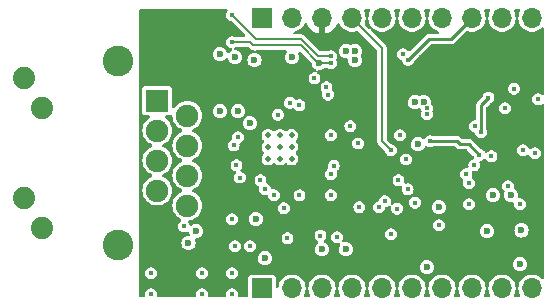
<source format=gbr>
%TF.GenerationSoftware,KiCad,Pcbnew,8.0.2-8.0.2-0~ubuntu22.04.1*%
%TF.CreationDate,2024-05-07T00:28:05+09:00*%
%TF.ProjectId,CANgatewayE,43414e67-6174-4657-9761-79452e6b6963,rev?*%
%TF.SameCoordinates,Original*%
%TF.FileFunction,Copper,L3,Inr*%
%TF.FilePolarity,Positive*%
%FSLAX46Y46*%
G04 Gerber Fmt 4.6, Leading zero omitted, Abs format (unit mm)*
G04 Created by KiCad (PCBNEW 8.0.2-8.0.2-0~ubuntu22.04.1) date 2024-05-07 00:28:05*
%MOMM*%
%LPD*%
G01*
G04 APERTURE LIST*
%TA.AperFunction,ComponentPad*%
%ADD10C,1.890000*%
%TD*%
%TA.AperFunction,ComponentPad*%
%ADD11R,1.900000X1.900000*%
%TD*%
%TA.AperFunction,ComponentPad*%
%ADD12C,1.900000*%
%TD*%
%TA.AperFunction,ComponentPad*%
%ADD13C,2.600000*%
%TD*%
%TA.AperFunction,ComponentPad*%
%ADD14C,0.500000*%
%TD*%
%TA.AperFunction,ComponentPad*%
%ADD15R,1.700000X1.700000*%
%TD*%
%TA.AperFunction,ComponentPad*%
%ADD16O,1.700000X1.700000*%
%TD*%
%TA.AperFunction,ViaPad*%
%ADD17C,0.400000*%
%TD*%
%TA.AperFunction,ViaPad*%
%ADD18C,0.600000*%
%TD*%
%TA.AperFunction,Conductor*%
%ADD19C,0.250000*%
%TD*%
%TA.AperFunction,Conductor*%
%ADD20C,0.200000*%
%TD*%
G04 APERTURE END LIST*
D10*
%TO.N,/Ethernet/LED1*%
%TO.C,J1*%
X6810000Y6375000D03*
%TO.N,Net-(J1-PadL2)*%
X5290000Y8915000D03*
%TO.N,Net-(J1-PadL3)*%
X6810000Y16485000D03*
%TO.N,/Ethernet/LED2*%
X5290000Y19025000D03*
D11*
%TO.N,Net-(J1-TD+)*%
X16530000Y17145000D03*
D12*
%TO.N,Net-(J1-TD-)*%
X19070000Y15875000D03*
%TO.N,Net-(J1-RD+)*%
X16530000Y14605000D03*
%TO.N,Net-(J1-RCT)*%
X19070000Y13335000D03*
X16530000Y12065000D03*
%TO.N,Net-(J1-RD-)*%
X19070000Y10795000D03*
%TO.N,unconnected-(J1-NC-PadR7)*%
X16530000Y9525000D03*
%TO.N,Net-(JP1-A)*%
X19070000Y8255000D03*
D13*
X13240000Y20475000D03*
X13240000Y4925000D03*
%TD*%
D14*
%TO.N,GND*%
%TO.C,U2*%
X25916000Y12208000D03*
X26916000Y12208000D03*
X27916000Y12208000D03*
X25916000Y13208000D03*
X26916000Y13208000D03*
X27916000Y13208000D03*
X25916000Y14208000D03*
X26916000Y14208000D03*
X27916000Y14208000D03*
%TD*%
D15*
%TO.N,GND*%
%TO.C,J3*%
X25400000Y1270000D03*
D16*
%TO.N,unconnected-(J3-Pin_2-Pad2)*%
X27940000Y1270000D03*
%TO.N,unconnected-(J3-Pin_3-Pad3)*%
X30480000Y1270000D03*
%TO.N,unconnected-(J3-Pin_4-Pad4)*%
X33020000Y1270000D03*
%TO.N,/Connector/VCP_TX*%
X35560000Y1270000D03*
%TO.N,/Connector/VCP_RX*%
X38100000Y1270000D03*
%TO.N,/CAN2_RD*%
X40640000Y1270000D03*
%TO.N,/CAN2_TD*%
X43180000Y1270000D03*
%TO.N,/CAN/CAN2_L*%
X45720000Y1270000D03*
%TO.N,/CAN/CAN2_H*%
X48260000Y1270000D03*
%TD*%
D15*
%TO.N,GND*%
%TO.C,J4*%
X25400000Y24130000D03*
D16*
%TO.N,/Connector/VIN*%
X27940000Y24130000D03*
%TO.N,+3.3V*%
X30480000Y24130000D03*
%TO.N,/NRST*%
X33020000Y24130000D03*
%TO.N,/SWDIO*%
X35560000Y24130000D03*
%TO.N,/SWCLK*%
X38100000Y24130000D03*
%TO.N,/CAN1_RD*%
X40640000Y24130000D03*
%TO.N,/CAN1_TD*%
X43180000Y24130000D03*
%TO.N,/CAN/CAN1_L*%
X45720000Y24130000D03*
%TO.N,/CAN/CAN1_H*%
X48260000Y24130000D03*
%TD*%
D17*
%TO.N,+5V*%
X47244000Y8382000D03*
%TO.N,GND*%
X39370000Y16002000D03*
X39370000Y16510000D03*
%TO.N,Net-(U1-PH0)*%
X37742001Y9635300D03*
%TO.N,GND*%
X27559000Y5495902D03*
X22860000Y7112000D03*
D18*
X33274000Y21336000D03*
D17*
X40386000Y6604000D03*
X20320000Y2540000D03*
D18*
X19812000Y6096000D03*
D17*
X42672000Y10922000D03*
X22860000Y762000D03*
X38354000Y8509000D03*
X27247771Y8035886D03*
D18*
X21844000Y16256000D03*
D17*
X24384000Y4826000D03*
X33638779Y8126708D03*
D18*
X30226000Y20320000D03*
X40386000Y8128000D03*
X33274000Y20574000D03*
X38354000Y17018000D03*
X27940000Y20828000D03*
D17*
X16002000Y2540000D03*
D18*
X32512000Y4572000D03*
X44958000Y9144000D03*
D17*
X22860000Y2540000D03*
D18*
X46482000Y9144000D03*
D17*
X20320000Y762000D03*
X16002000Y762000D03*
X37084000Y14224000D03*
D18*
X19177000Y5080000D03*
X23114000Y20828000D03*
D17*
X31750000Y5588000D03*
D18*
X24885276Y7130000D03*
D17*
X36957000Y10414000D03*
X30353000Y5715000D03*
X42926000Y10160000D03*
D18*
X32512000Y21336000D03*
X23368000Y16256000D03*
X21844000Y21082000D03*
X44450000Y6096000D03*
X39370000Y3048000D03*
D17*
X28575000Y16764000D03*
D18*
X25654000Y3810000D03*
D17*
X46228000Y9906000D03*
D18*
X30480000Y4572000D03*
X39116000Y17018000D03*
D17*
X47498000Y12954000D03*
X37592000Y12164000D03*
X28575000Y9144000D03*
X33532020Y13518387D03*
D18*
X24765000Y20574000D03*
D17*
X23114000Y4826000D03*
%TO.N,Net-(U1-PH1)*%
X36830000Y8001000D03*
%TO.N,Net-(C4-Pad1)*%
X29845000Y19050000D03*
D18*
%TO.N,+3.3V*%
X26924000Y19558000D03*
D17*
X38862000Y20828000D03*
X29972000Y17018000D03*
X34598408Y16691408D03*
X35814000Y4318000D03*
X33494257Y5914827D03*
D18*
X41910000Y19304000D03*
D17*
X34671000Y10922000D03*
D18*
X41910000Y20066000D03*
D17*
X34671000Y9144000D03*
D18*
X44450000Y22098000D03*
D17*
X41656000Y7620000D03*
D18*
X48768000Y7620000D03*
D17*
X37846000Y14732000D03*
X34671000Y12954000D03*
X34544000Y15367000D03*
X34544000Y14224000D03*
X28383103Y9714103D03*
D18*
%TO.N,Net-(J1-RCT)*%
X24384000Y15240000D03*
D17*
X25273000Y10414000D03*
%TO.N,Net-(J1-TD-)*%
X23368000Y14058000D03*
%TO.N,/Ethernet/LED2*%
X25654000Y9652000D03*
X18796000Y6505000D03*
%TO.N,Net-(J1-RD+)*%
X23531054Y10631946D03*
%TO.N,/Ethernet/LED1*%
X26416000Y9144000D03*
%TO.N,Net-(J1-TD+)*%
X22996098Y13349697D03*
%TO.N,Net-(J1-RD-)*%
X23241000Y11682000D03*
D18*
%TO.N,/MCU/BOOT0*%
X38608000Y13462000D03*
D17*
%TO.N,/RMII_MDIO*%
X32891000Y14986000D03*
%TO.N,/RMII_RXD0*%
X31240000Y10922000D03*
%TO.N,/RMII_RXD1*%
X31240000Y9144000D03*
%TO.N,/RMII_CRS_DV*%
X31240000Y14224000D03*
X31466001Y11634381D03*
%TO.N,/RMII_REF_CLK*%
X35806000Y8636000D03*
%TO.N,Net-(R19-Pad1)*%
X46736001Y18150855D03*
D18*
%TO.N,Net-(R20-Pad2)*%
X47244000Y3302000D03*
%TO.N,/CAN/CAN2_L*%
X47371000Y6161000D03*
D17*
%TO.N,/CAN/CAN1_L*%
X43434000Y14986000D03*
%TO.N,/RMII_TX_EN*%
X26741646Y15952396D03*
%TO.N,/RMII_MDC*%
X35306000Y8128000D03*
%TO.N,/CAN2_TD*%
X39624000Y13716000D03*
X43815000Y12573000D03*
%TO.N,/MCU/PB14*%
X22860000Y22098000D03*
X31242000Y20320000D03*
%TO.N,/RMII_TXD0*%
X30988000Y17653000D03*
%TO.N,/MCU/PB15*%
X22860000Y24384000D03*
X31242000Y20920003D03*
%TO.N,/CAN1_TD*%
X37785000Y20587000D03*
%TO.N,/CAN2_RD*%
X43376000Y11684000D03*
%TO.N,/CAN1_RD*%
X37338000Y21082000D03*
%TO.N,/RMII_TXD1*%
X30861000Y18288000D03*
%TO.N,+5V*%
X45974000Y16510000D03*
%TO.N,Net-(C5-Pad1)*%
X42926000Y8382000D03*
%TO.N,/NRST*%
X36322000Y5842000D03*
X27746625Y16957375D03*
X36310000Y12954000D03*
%TO.N,Net-(JP2-B)*%
X48768000Y17272000D03*
%TO.N,Net-(JP3-B)*%
X44577000Y17399000D03*
X43942000Y14478000D03*
%TO.N,Net-(JP4-B)*%
X44831000Y12446000D03*
%TO.N,Net-(JP5-B)*%
X48514000Y12700000D03*
%TD*%
D19*
%TO.N,/CAN2_TD*%
X42926000Y13462000D02*
X42164000Y13462000D01*
X42164000Y13462000D02*
X41910000Y13716000D01*
X41910000Y13716000D02*
X39624000Y13716000D01*
X43815000Y12573000D02*
X42926000Y13462000D01*
D20*
%TO.N,/MCU/PB14*%
X24666843Y21815157D02*
X24384000Y22098000D01*
X30168315Y20320000D02*
X28673158Y21815157D01*
X31242000Y20320000D02*
X30168315Y20320000D01*
X28673158Y21815157D02*
X24666843Y21815157D01*
X24384000Y22098000D02*
X22860000Y22098000D01*
%TO.N,/MCU/PB15*%
X31242000Y20920003D02*
X30133997Y20920003D01*
X23368000Y23876000D02*
X22860000Y24384000D01*
X30133997Y20920003D02*
X28702000Y22352000D01*
X24892000Y22352000D02*
X23368000Y23876000D01*
X28702000Y22352000D02*
X24892000Y22352000D01*
D19*
%TO.N,/CAN1_TD*%
X39550000Y22352000D02*
X41402000Y22352000D01*
X37785000Y20587000D02*
X39550000Y22352000D01*
X41402000Y22352000D02*
X43180000Y24130000D01*
D20*
%TO.N,/NRST*%
X35560000Y13704000D02*
X35560000Y21590000D01*
X36310000Y12954000D02*
X35560000Y13704000D01*
X35560000Y21590000D02*
X33020000Y24130000D01*
D19*
%TO.N,Net-(JP3-B)*%
X43959000Y14495000D02*
X43942000Y14478000D01*
X44577000Y17399000D02*
X43959000Y16781000D01*
X43959000Y16781000D02*
X43959000Y14495000D01*
%TD*%
%TA.AperFunction,Conductor*%
%TO.N,+3.3V*%
G36*
X22439944Y24879815D02*
G01*
X22485699Y24827011D01*
X22495643Y24757853D01*
X22466618Y24694297D01*
X22434623Y24657373D01*
X22434622Y24657372D01*
X22374834Y24526457D01*
X22354353Y24384000D01*
X22374834Y24241544D01*
X22426143Y24129196D01*
X22434623Y24110627D01*
X22528872Y24001857D01*
X22649947Y23924047D01*
X22649950Y23924046D01*
X22649949Y23924046D01*
X22766262Y23889894D01*
X22819009Y23858598D01*
X23967426Y22710181D01*
X24000911Y22648858D01*
X23995927Y22579166D01*
X23954055Y22523233D01*
X23888591Y22498816D01*
X23879745Y22498500D01*
X23198974Y22498500D01*
X23131936Y22518184D01*
X23070050Y22557955D01*
X22931963Y22598500D01*
X22931961Y22598500D01*
X22788039Y22598500D01*
X22788036Y22598500D01*
X22649949Y22557955D01*
X22528873Y22480144D01*
X22434623Y22371374D01*
X22434622Y22371372D01*
X22374834Y22240457D01*
X22354353Y22098000D01*
X22374834Y21955544D01*
X22420080Y21856472D01*
X22434623Y21824627D01*
X22528872Y21715857D01*
X22649947Y21638047D01*
X22649950Y21638046D01*
X22649949Y21638046D01*
X22788037Y21597500D01*
X22796809Y21596239D01*
X22860365Y21567216D01*
X22898141Y21508439D01*
X22898143Y21438569D01*
X22860370Y21379790D01*
X22826621Y21358941D01*
X22811160Y21352537D01*
X22779798Y21328473D01*
X22685718Y21256282D01*
X22685716Y21256281D01*
X22685715Y21256279D01*
X22645057Y21203294D01*
X22588629Y21162092D01*
X22518883Y21157939D01*
X22457963Y21192152D01*
X22432122Y21231330D01*
X22429043Y21238763D01*
X22380825Y21355172D01*
X22368537Y21384839D01*
X22368536Y21384840D01*
X22368536Y21384841D01*
X22272282Y21510282D01*
X22146841Y21606536D01*
X22137937Y21610224D01*
X22000762Y21667044D01*
X22000760Y21667045D01*
X21844001Y21687682D01*
X21843999Y21687682D01*
X21687239Y21667045D01*
X21687237Y21667044D01*
X21541160Y21606537D01*
X21415718Y21510282D01*
X21319463Y21384840D01*
X21258956Y21238763D01*
X21258955Y21238761D01*
X21238318Y21082002D01*
X21238318Y21081999D01*
X21258955Y20925240D01*
X21258956Y20925238D01*
X21299232Y20828002D01*
X21319464Y20779159D01*
X21415718Y20653718D01*
X21541159Y20557464D01*
X21687238Y20496956D01*
X21765619Y20486637D01*
X21843999Y20476318D01*
X21844000Y20476318D01*
X21844001Y20476318D01*
X21896254Y20483198D01*
X22000762Y20496956D01*
X22146841Y20557464D01*
X22272282Y20653718D01*
X22312940Y20706706D01*
X22369368Y20747908D01*
X22439114Y20752063D01*
X22500034Y20717851D01*
X22525877Y20678672D01*
X22528955Y20671239D01*
X22528956Y20671238D01*
X22589464Y20525159D01*
X22685718Y20399718D01*
X22811159Y20303464D01*
X22957238Y20242956D01*
X23035619Y20232637D01*
X23113999Y20222318D01*
X23114000Y20222318D01*
X23114001Y20222318D01*
X23166254Y20229198D01*
X23270762Y20242956D01*
X23416841Y20303464D01*
X23542282Y20399718D01*
X23638536Y20525159D01*
X23658767Y20574002D01*
X24159318Y20574002D01*
X24159318Y20573999D01*
X24179955Y20417240D01*
X24179956Y20417238D01*
X24240464Y20271159D01*
X24336718Y20145718D01*
X24462159Y20049464D01*
X24608238Y19988956D01*
X24684705Y19978889D01*
X24764999Y19968318D01*
X24765000Y19968318D01*
X24765001Y19968318D01*
X24845295Y19978889D01*
X24921762Y19988956D01*
X25067841Y20049464D01*
X25193282Y20145718D01*
X25289536Y20271159D01*
X25350044Y20417238D01*
X25370682Y20574000D01*
X25366138Y20608512D01*
X25350044Y20730761D01*
X25350044Y20730762D01*
X25289536Y20876841D01*
X25193282Y21002282D01*
X25067841Y21098536D01*
X25034486Y21112352D01*
X24921762Y21159044D01*
X24921760Y21159045D01*
X24855876Y21167718D01*
X24791979Y21195984D01*
X24764515Y21237621D01*
X24751652Y21209454D01*
X24692874Y21171680D01*
X24674124Y21167718D01*
X24608239Y21159045D01*
X24608237Y21159044D01*
X24462160Y21098537D01*
X24336718Y21002282D01*
X24240463Y20876840D01*
X24179956Y20730763D01*
X24179955Y20730761D01*
X24159318Y20574002D01*
X23658767Y20574002D01*
X23699044Y20671238D01*
X23719682Y20828000D01*
X23699044Y20984762D01*
X23638536Y21130841D01*
X23542282Y21256282D01*
X23416841Y21352536D01*
X23409994Y21355372D01*
X23350643Y21379956D01*
X23270762Y21413044D01*
X23214105Y21420503D01*
X23149292Y21429036D01*
X23085396Y21457303D01*
X23046925Y21515627D01*
X23046094Y21585492D01*
X23083166Y21644715D01*
X23098428Y21656283D01*
X23131938Y21677819D01*
X23198974Y21697500D01*
X24166745Y21697500D01*
X24233784Y21677815D01*
X24254426Y21661181D01*
X24346362Y21569245D01*
X24346363Y21569244D01*
X24420930Y21494677D01*
X24512256Y21441950D01*
X24614116Y21414657D01*
X24657939Y21414657D01*
X24724978Y21394972D01*
X24766789Y21346719D01*
X24789749Y21383397D01*
X24852955Y21413176D01*
X24872061Y21414657D01*
X27381797Y21414657D01*
X27448836Y21394972D01*
X27494591Y21342168D01*
X27504535Y21273010D01*
X27480174Y21215174D01*
X27425547Y21143982D01*
X27415463Y21130840D01*
X27354956Y20984763D01*
X27354955Y20984761D01*
X27334318Y20828002D01*
X27334318Y20827999D01*
X27354955Y20671240D01*
X27354956Y20671238D01*
X27395232Y20574002D01*
X27415464Y20525159D01*
X27511718Y20399718D01*
X27637159Y20303464D01*
X27783238Y20242956D01*
X27861619Y20232637D01*
X27939999Y20222318D01*
X27940000Y20222318D01*
X27940001Y20222318D01*
X27992254Y20229198D01*
X28096762Y20242956D01*
X28242841Y20303464D01*
X28368282Y20399718D01*
X28464536Y20525159D01*
X28525044Y20671238D01*
X28545682Y20828000D01*
X28525044Y20984762D01*
X28472193Y21112354D01*
X28464725Y21181821D01*
X28496000Y21244301D01*
X28556089Y21279953D01*
X28625914Y21277459D01*
X28674436Y21247486D01*
X29593343Y20328579D01*
X29626828Y20267256D01*
X29628601Y20257084D01*
X29640956Y20163239D01*
X29640956Y20163238D01*
X29672741Y20086501D01*
X29701464Y20017159D01*
X29797718Y19891718D01*
X29923159Y19795464D01*
X29936207Y19790060D01*
X29938617Y19789061D01*
X29993021Y19745219D01*
X30015085Y19678925D01*
X29997805Y19611226D01*
X29946668Y19563616D01*
X29891164Y19550500D01*
X29773036Y19550500D01*
X29634949Y19509955D01*
X29513873Y19432144D01*
X29419623Y19323374D01*
X29419622Y19323372D01*
X29359834Y19192457D01*
X29339353Y19050000D01*
X29359834Y18907544D01*
X29414201Y18788500D01*
X29419623Y18776627D01*
X29513872Y18667857D01*
X29634947Y18590047D01*
X29634950Y18590046D01*
X29634949Y18590046D01*
X29773036Y18549501D01*
X29773038Y18549500D01*
X29773039Y18549500D01*
X29916962Y18549500D01*
X29916962Y18549501D01*
X30055053Y18590047D01*
X30176128Y18667857D01*
X30270377Y18776627D01*
X30330165Y18907543D01*
X30350647Y19050000D01*
X30330165Y19192457D01*
X30270377Y19323373D01*
X30176128Y19432143D01*
X30176125Y19432145D01*
X30077245Y19495692D01*
X30031490Y19548496D01*
X30021547Y19617654D01*
X30050572Y19681210D01*
X30109351Y19718984D01*
X30160466Y19722946D01*
X30226000Y19714318D01*
X30382762Y19734956D01*
X30528841Y19795464D01*
X30654282Y19891718D01*
X30654283Y19891721D01*
X30657093Y19893876D01*
X30722263Y19919070D01*
X30732580Y19919500D01*
X30903026Y19919500D01*
X30970064Y19899816D01*
X31031949Y19860046D01*
X31170036Y19819501D01*
X31170038Y19819500D01*
X31170039Y19819500D01*
X31313962Y19819500D01*
X31313962Y19819501D01*
X31452053Y19860047D01*
X31573128Y19937857D01*
X31667377Y20046627D01*
X31727165Y20177543D01*
X31747647Y20320000D01*
X31727165Y20462457D01*
X31678741Y20568490D01*
X31668797Y20637649D01*
X31678741Y20671514D01*
X31691685Y20699857D01*
X31727165Y20777546D01*
X31747647Y20920003D01*
X31735725Y21002922D01*
X31745668Y21072078D01*
X31762345Y21091325D01*
X31730262Y21101161D01*
X31702235Y21133897D01*
X31894802Y21133897D01*
X31925502Y21124883D01*
X31971257Y21072079D01*
X31973024Y21068020D01*
X31987464Y21033159D01*
X32083718Y20907718D01*
X32209159Y20811464D01*
X32355238Y20750956D01*
X32512000Y20730318D01*
X32531799Y20732925D01*
X32600833Y20722160D01*
X32653090Y20675781D01*
X32671976Y20608512D01*
X32670925Y20593804D01*
X32668318Y20573999D01*
X32688955Y20417240D01*
X32688956Y20417238D01*
X32749464Y20271159D01*
X32845718Y20145718D01*
X32971159Y20049464D01*
X33117238Y19988956D01*
X33193705Y19978889D01*
X33273999Y19968318D01*
X33274000Y19968318D01*
X33274001Y19968318D01*
X33354295Y19978889D01*
X33430762Y19988956D01*
X33576841Y20049464D01*
X33702282Y20145718D01*
X33798536Y20271159D01*
X33859044Y20417238D01*
X33879682Y20574000D01*
X33875138Y20608512D01*
X33859044Y20730761D01*
X33859043Y20730763D01*
X33798536Y20876841D01*
X33796485Y20879514D01*
X33795456Y20882175D01*
X33794474Y20883876D01*
X33794739Y20884030D01*
X33771291Y20944683D01*
X33785329Y21013128D01*
X33796485Y21030486D01*
X33796640Y21030689D01*
X33798536Y21033159D01*
X33859044Y21179238D01*
X33879682Y21336000D01*
X33877131Y21355374D01*
X33859044Y21492761D01*
X33859044Y21492762D01*
X33798536Y21638841D01*
X33702282Y21764282D01*
X33576841Y21860536D01*
X33430762Y21921044D01*
X33430760Y21921045D01*
X33274001Y21941682D01*
X33273999Y21941682D01*
X33117239Y21921045D01*
X33117237Y21921044D01*
X32971156Y21860536D01*
X32968481Y21858482D01*
X32965816Y21857453D01*
X32964119Y21856472D01*
X32963966Y21856737D01*
X32903311Y21833291D01*
X32834866Y21847334D01*
X32817519Y21858482D01*
X32814843Y21860536D01*
X32668762Y21921044D01*
X32668760Y21921045D01*
X32512001Y21941682D01*
X32511999Y21941682D01*
X32355239Y21921045D01*
X32355237Y21921044D01*
X32209160Y21860537D01*
X32083718Y21764282D01*
X31987463Y21638840D01*
X31926956Y21492763D01*
X31926955Y21492761D01*
X31906318Y21336002D01*
X31906318Y21335999D01*
X31921477Y21220856D01*
X31910711Y21151821D01*
X31894802Y21133897D01*
X31702235Y21133897D01*
X31685744Y21153159D01*
X31673835Y21179235D01*
X31667377Y21193376D01*
X31573128Y21302146D01*
X31452053Y21379956D01*
X31452051Y21379957D01*
X31452049Y21379958D01*
X31452050Y21379958D01*
X31313963Y21420503D01*
X31313961Y21420503D01*
X31170039Y21420503D01*
X31170036Y21420503D01*
X31031950Y21379958D01*
X31031948Y21379958D01*
X30970064Y21340187D01*
X30903026Y21320503D01*
X30351251Y21320503D01*
X30284212Y21340188D01*
X30263570Y21356822D01*
X29618519Y22001873D01*
X28947913Y22672480D01*
X28882614Y22710181D01*
X28856589Y22725207D01*
X28805657Y22738854D01*
X28754727Y22752500D01*
X28754726Y22752500D01*
X28170439Y22752500D01*
X28103400Y22772185D01*
X28057645Y22824989D01*
X28047701Y22894147D01*
X28076726Y22957703D01*
X28135504Y22995477D01*
X28147644Y22998387D01*
X28256198Y23018679D01*
X28455019Y23095702D01*
X28636302Y23207948D01*
X28793872Y23351593D01*
X28922366Y23521745D01*
X28989325Y23656219D01*
X29036825Y23707452D01*
X29104488Y23724874D01*
X29170828Y23702949D01*
X29212705Y23653349D01*
X29306399Y23452422D01*
X29441894Y23258918D01*
X29608917Y23091895D01*
X29802421Y22956400D01*
X30016507Y22856571D01*
X30016516Y22856567D01*
X30230000Y22799366D01*
X30230000Y23696988D01*
X30287007Y23664075D01*
X30414174Y23630000D01*
X30545826Y23630000D01*
X30672993Y23664075D01*
X30730000Y23696988D01*
X30730000Y22799367D01*
X30943483Y22856567D01*
X30943492Y22856571D01*
X31157578Y22956400D01*
X31351082Y23091895D01*
X31518105Y23258918D01*
X31653600Y23452422D01*
X31747294Y23653349D01*
X31793466Y23705788D01*
X31860660Y23724940D01*
X31927541Y23704724D01*
X31970676Y23656215D01*
X32037632Y23521747D01*
X32096710Y23443516D01*
X32166128Y23351593D01*
X32323698Y23207948D01*
X32504981Y23095702D01*
X32703802Y23018679D01*
X32913390Y22979500D01*
X32913392Y22979500D01*
X33126608Y22979500D01*
X33126610Y22979500D01*
X33336198Y23018679D01*
X33425720Y23053361D01*
X33495342Y23059222D01*
X33557082Y23026512D01*
X33558193Y23025414D01*
X35123181Y21460426D01*
X35156666Y21399103D01*
X35159500Y21372745D01*
X35159500Y13651274D01*
X35186793Y13549411D01*
X35198408Y13529294D01*
X35239520Y13458087D01*
X35239522Y13458085D01*
X35785369Y12912238D01*
X35818854Y12850915D01*
X35820426Y12842205D01*
X35824834Y12811547D01*
X35824835Y12811542D01*
X35879135Y12692643D01*
X35884623Y12680627D01*
X35978872Y12571857D01*
X36099947Y12494047D01*
X36099950Y12494046D01*
X36099949Y12494046D01*
X36238036Y12453501D01*
X36238038Y12453500D01*
X36238039Y12453500D01*
X36381962Y12453500D01*
X36381962Y12453501D01*
X36520053Y12494047D01*
X36641128Y12571857D01*
X36735377Y12680627D01*
X36795165Y12811543D01*
X36815647Y12954000D01*
X36795165Y13096457D01*
X36735377Y13227373D01*
X36641128Y13336143D01*
X36606581Y13358345D01*
X36520051Y13413955D01*
X36403736Y13448107D01*
X36380317Y13462002D01*
X38002318Y13462002D01*
X38002318Y13461999D01*
X38022955Y13305240D01*
X38022956Y13305238D01*
X38044104Y13254181D01*
X38083464Y13159159D01*
X38179718Y13033718D01*
X38305159Y12937464D01*
X38451238Y12876956D01*
X38489825Y12871876D01*
X38607999Y12856318D01*
X38608000Y12856318D01*
X38608001Y12856318D01*
X38660254Y12863198D01*
X38764762Y12876956D01*
X38910841Y12937464D01*
X39036282Y13033718D01*
X39132536Y13159159D01*
X39166613Y13241428D01*
X39210454Y13295832D01*
X39276748Y13317897D01*
X39344447Y13300618D01*
X39348211Y13298293D01*
X39413947Y13256047D01*
X39413948Y13256047D01*
X39413949Y13256046D01*
X39552036Y13215501D01*
X39552038Y13215500D01*
X39552039Y13215500D01*
X39695962Y13215500D01*
X39695962Y13215501D01*
X39834050Y13256046D01*
X39834051Y13256046D01*
X39851306Y13267135D01*
X39857032Y13270816D01*
X39924071Y13290500D01*
X41682390Y13290500D01*
X41749429Y13270815D01*
X41770071Y13254181D01*
X41823513Y13200739D01*
X41823515Y13200737D01*
X41902737Y13121515D01*
X41999763Y13065497D01*
X42107981Y13036500D01*
X42107982Y13036500D01*
X42698390Y13036500D01*
X42765429Y13016815D01*
X42786071Y13000181D01*
X43296699Y12489553D01*
X43327993Y12436814D01*
X43329834Y12430543D01*
X43366415Y12350443D01*
X43376359Y12281285D01*
X43347334Y12217729D01*
X43288556Y12179955D01*
X43165949Y12143955D01*
X43044873Y12066144D01*
X42950623Y11957374D01*
X42950622Y11957372D01*
X42890834Y11826457D01*
X42870353Y11684000D01*
X42887838Y11562382D01*
X42877894Y11493224D01*
X42832139Y11440420D01*
X42765099Y11420736D01*
X42747455Y11421998D01*
X42743963Y11422500D01*
X42743961Y11422500D01*
X42600039Y11422500D01*
X42600036Y11422500D01*
X42461949Y11381955D01*
X42340873Y11304144D01*
X42246623Y11195374D01*
X42246622Y11195372D01*
X42186834Y11064457D01*
X42166353Y10922000D01*
X42186834Y10779544D01*
X42246622Y10648629D01*
X42246623Y10648627D01*
X42340872Y10539857D01*
X42340874Y10539856D01*
X42340874Y10539855D01*
X42381607Y10513679D01*
X42411580Y10494416D01*
X42457335Y10441614D01*
X42467279Y10372455D01*
X42457336Y10338592D01*
X42440835Y10302460D01*
X42440834Y10302458D01*
X42420353Y10160000D01*
X42440834Y10017544D01*
X42495530Y9897778D01*
X42500623Y9886627D01*
X42594872Y9777857D01*
X42715947Y9700047D01*
X42715950Y9700046D01*
X42715949Y9700046D01*
X42854036Y9659501D01*
X42854038Y9659500D01*
X42854039Y9659500D01*
X42997962Y9659500D01*
X42997962Y9659501D01*
X43136053Y9700047D01*
X43257128Y9777857D01*
X43351377Y9886627D01*
X43360224Y9906000D01*
X45722353Y9906000D01*
X45742834Y9763544D01*
X45797201Y9644500D01*
X45802623Y9632627D01*
X45896872Y9523857D01*
X45896873Y9523857D01*
X45896876Y9523853D01*
X45897364Y9523430D01*
X45897712Y9522889D01*
X45902680Y9517155D01*
X45901855Y9516441D01*
X45935135Y9464650D01*
X45935131Y9394781D01*
X45930717Y9382270D01*
X45896957Y9300766D01*
X45896955Y9300761D01*
X45876318Y9144002D01*
X45876318Y9143999D01*
X45896955Y8987240D01*
X45896956Y8987238D01*
X45936759Y8891144D01*
X45957464Y8841159D01*
X46053718Y8715718D01*
X46179159Y8619464D01*
X46325238Y8558956D01*
X46403619Y8548637D01*
X46481999Y8538318D01*
X46482000Y8538318D01*
X46604001Y8554380D01*
X46673036Y8543615D01*
X46725292Y8497235D01*
X46744177Y8429966D01*
X46742924Y8413795D01*
X46738352Y8382001D01*
X46758834Y8239544D01*
X46818622Y8108629D01*
X46818623Y8108627D01*
X46912872Y7999857D01*
X47033947Y7922047D01*
X47033950Y7922046D01*
X47033949Y7922046D01*
X47172036Y7881501D01*
X47172038Y7881500D01*
X47172039Y7881500D01*
X47315962Y7881500D01*
X47315962Y7881501D01*
X47454053Y7922047D01*
X47575128Y7999857D01*
X47669377Y8108627D01*
X47729165Y8239543D01*
X47749647Y8382000D01*
X47729165Y8524457D01*
X47669377Y8655373D01*
X47575128Y8764143D01*
X47454053Y8841953D01*
X47454051Y8841954D01*
X47454049Y8841955D01*
X47454050Y8841955D01*
X47315963Y8882500D01*
X47315961Y8882500D01*
X47194650Y8882500D01*
X47127611Y8902185D01*
X47081856Y8954989D01*
X47071711Y9022685D01*
X47087682Y9143999D01*
X47087682Y9144002D01*
X47067044Y9300761D01*
X47067044Y9300762D01*
X47006536Y9446841D01*
X46910282Y9572282D01*
X46910280Y9572283D01*
X46910280Y9572284D01*
X46854057Y9615425D01*
X46784841Y9668536D01*
X46784837Y9668538D01*
X46778723Y9672068D01*
X46730509Y9722637D01*
X46717289Y9791245D01*
X46717984Y9797066D01*
X46733647Y9906000D01*
X46713165Y10048457D01*
X46653377Y10179373D01*
X46559128Y10288143D01*
X46438053Y10365953D01*
X46438051Y10365954D01*
X46438049Y10365955D01*
X46438050Y10365955D01*
X46299963Y10406500D01*
X46299961Y10406500D01*
X46156039Y10406500D01*
X46156036Y10406500D01*
X46017949Y10365955D01*
X45896873Y10288144D01*
X45802623Y10179374D01*
X45802622Y10179372D01*
X45742834Y10048457D01*
X45722353Y9906000D01*
X43360224Y9906000D01*
X43411165Y10017543D01*
X43431647Y10160000D01*
X43411165Y10302457D01*
X43351377Y10433373D01*
X43257128Y10542143D01*
X43257125Y10542145D01*
X43257126Y10542145D01*
X43186418Y10587586D01*
X43140664Y10640390D01*
X43130720Y10709548D01*
X43140665Y10743414D01*
X43148791Y10761207D01*
X43157165Y10779543D01*
X43177647Y10922000D01*
X43160161Y11043619D01*
X43170105Y11112777D01*
X43215860Y11165580D01*
X43282899Y11185265D01*
X43300553Y11184002D01*
X43304035Y11183502D01*
X43304039Y11183500D01*
X43304043Y11183500D01*
X43447962Y11183500D01*
X43447962Y11183501D01*
X43555121Y11214965D01*
X43586050Y11224046D01*
X43586050Y11224047D01*
X43586053Y11224047D01*
X43707128Y11301857D01*
X43801377Y11410627D01*
X43861165Y11541543D01*
X43881647Y11684000D01*
X43861165Y11826457D01*
X43824583Y11906558D01*
X43814640Y11975715D01*
X43843665Y12039271D01*
X43902443Y12077046D01*
X43902444Y12077046D01*
X44025050Y12113046D01*
X44025050Y12113047D01*
X44025053Y12113047D01*
X44146128Y12190857D01*
X44184255Y12234859D01*
X44243030Y12272633D01*
X44312900Y12272634D01*
X44371679Y12234860D01*
X44390760Y12205170D01*
X44405621Y12172630D01*
X44405622Y12172629D01*
X44405623Y12172627D01*
X44499872Y12063857D01*
X44620947Y11986047D01*
X44620950Y11986046D01*
X44620949Y11986046D01*
X44759036Y11945501D01*
X44759038Y11945500D01*
X44759039Y11945500D01*
X44902962Y11945500D01*
X44902962Y11945501D01*
X45041053Y11986047D01*
X45162128Y12063857D01*
X45256377Y12172627D01*
X45316165Y12303543D01*
X45336647Y12446000D01*
X45316165Y12588457D01*
X45256377Y12719373D01*
X45162128Y12828143D01*
X45041053Y12905953D01*
X45041051Y12905954D01*
X45041049Y12905955D01*
X45041050Y12905955D01*
X44902963Y12946500D01*
X44902961Y12946500D01*
X44759039Y12946500D01*
X44759036Y12946500D01*
X44620949Y12905955D01*
X44499872Y12828143D01*
X44499869Y12828141D01*
X44461744Y12784142D01*
X44402966Y12746368D01*
X44333096Y12746368D01*
X44274319Y12784143D01*
X44255238Y12813833D01*
X44240377Y12846372D01*
X44240376Y12846374D01*
X44236441Y12850915D01*
X44147118Y12954000D01*
X46992353Y12954000D01*
X47012834Y12811544D01*
X47067135Y12692643D01*
X47072623Y12680627D01*
X47166872Y12571857D01*
X47287947Y12494047D01*
X47287950Y12494046D01*
X47287949Y12494046D01*
X47426036Y12453501D01*
X47426038Y12453500D01*
X47426039Y12453500D01*
X47569962Y12453500D01*
X47569962Y12453501D01*
X47708053Y12494047D01*
X47829128Y12571857D01*
X47829270Y12572022D01*
X47829453Y12572140D01*
X47835828Y12577663D01*
X47836621Y12576747D01*
X47888044Y12609798D01*
X47957913Y12609802D01*
X48016694Y12572032D01*
X48035780Y12542335D01*
X48082781Y12439419D01*
X48088623Y12426627D01*
X48182872Y12317857D01*
X48303947Y12240047D01*
X48303950Y12240046D01*
X48303949Y12240046D01*
X48442036Y12199501D01*
X48442038Y12199500D01*
X48442039Y12199500D01*
X48585962Y12199500D01*
X48585962Y12199501D01*
X48706377Y12234857D01*
X48724050Y12240046D01*
X48724050Y12240047D01*
X48724053Y12240047D01*
X48845128Y12317857D01*
X48939377Y12426627D01*
X48999165Y12557543D01*
X49019647Y12700000D01*
X48999165Y12842457D01*
X48939377Y12973373D01*
X48845128Y13082143D01*
X48724053Y13159953D01*
X48724051Y13159954D01*
X48724049Y13159955D01*
X48724050Y13159955D01*
X48585963Y13200500D01*
X48585961Y13200500D01*
X48442039Y13200500D01*
X48442036Y13200500D01*
X48303949Y13159955D01*
X48182872Y13082143D01*
X48182865Y13082138D01*
X48182718Y13081967D01*
X48182528Y13081846D01*
X48176172Y13076337D01*
X48175379Y13077252D01*
X48123937Y13044198D01*
X48054067Y13044204D01*
X47995293Y13081984D01*
X47976219Y13111666D01*
X47923377Y13227373D01*
X47829128Y13336143D01*
X47708053Y13413953D01*
X47708051Y13413954D01*
X47708049Y13413955D01*
X47708050Y13413955D01*
X47569963Y13454500D01*
X47569961Y13454500D01*
X47426039Y13454500D01*
X47426036Y13454500D01*
X47287949Y13413955D01*
X47166873Y13336144D01*
X47072623Y13227374D01*
X47072622Y13227372D01*
X47012834Y13096457D01*
X46992353Y12954000D01*
X44147118Y12954000D01*
X44146128Y12955143D01*
X44025053Y13032953D01*
X43958786Y13052411D01*
X43906041Y13083707D01*
X43187265Y13802483D01*
X43187263Y13802485D01*
X43090237Y13858503D01*
X42982018Y13887500D01*
X42982017Y13887500D01*
X42391610Y13887500D01*
X42324571Y13907185D01*
X42303928Y13923819D01*
X42262312Y13965435D01*
X42171263Y14056485D01*
X42074237Y14112503D01*
X41966018Y14141500D01*
X41966017Y14141500D01*
X39924072Y14141500D01*
X39857033Y14161185D01*
X39857032Y14161185D01*
X39834050Y14175955D01*
X39695963Y14216500D01*
X39695961Y14216500D01*
X39552039Y14216500D01*
X39552036Y14216500D01*
X39413949Y14175955D01*
X39292873Y14098144D01*
X39198623Y13989374D01*
X39198622Y13989373D01*
X39187690Y13965435D01*
X39141933Y13912633D01*
X39074893Y13892950D01*
X39007854Y13912637D01*
X38999411Y13918574D01*
X38910842Y13986536D01*
X38764762Y14047044D01*
X38764760Y14047045D01*
X38608001Y14067682D01*
X38607999Y14067682D01*
X38451239Y14047045D01*
X38451237Y14047044D01*
X38305160Y13986537D01*
X38179718Y13890282D01*
X38083463Y13764840D01*
X38022956Y13618763D01*
X38022955Y13618761D01*
X38002318Y13462002D01*
X36380317Y13462002D01*
X36350990Y13479403D01*
X35996819Y13833574D01*
X35963334Y13894897D01*
X35960500Y13921255D01*
X35960500Y14224000D01*
X36578353Y14224000D01*
X36598834Y14081544D01*
X36651860Y13965435D01*
X36658623Y13950627D01*
X36752872Y13841857D01*
X36873947Y13764047D01*
X36873950Y13764046D01*
X36873949Y13764046D01*
X37012036Y13723501D01*
X37012038Y13723500D01*
X37012039Y13723500D01*
X37155962Y13723500D01*
X37155962Y13723501D01*
X37294053Y13764047D01*
X37415128Y13841857D01*
X37509377Y13950627D01*
X37569165Y14081543D01*
X37589647Y14224000D01*
X37569165Y14366457D01*
X37509377Y14497373D01*
X37415128Y14606143D01*
X37294053Y14683953D01*
X37294051Y14683954D01*
X37294049Y14683955D01*
X37294050Y14683955D01*
X37155963Y14724500D01*
X37155961Y14724500D01*
X37012039Y14724500D01*
X37012036Y14724500D01*
X36873949Y14683955D01*
X36752873Y14606144D01*
X36752872Y14606144D01*
X36752872Y14606143D01*
X36740290Y14591623D01*
X36658623Y14497374D01*
X36658622Y14497372D01*
X36598834Y14366457D01*
X36578353Y14224000D01*
X35960500Y14224000D01*
X35960500Y14986000D01*
X42928353Y14986000D01*
X42948834Y14843544D01*
X43003201Y14724500D01*
X43008623Y14712627D01*
X43102872Y14603857D01*
X43223947Y14526047D01*
X43223950Y14526046D01*
X43223949Y14526046D01*
X43362039Y14485500D01*
X43420817Y14447726D01*
X43449843Y14384171D01*
X43456834Y14335544D01*
X43516622Y14204629D01*
X43516623Y14204627D01*
X43610872Y14095857D01*
X43731947Y14018047D01*
X43731950Y14018046D01*
X43731949Y14018046D01*
X43829599Y13989374D01*
X43867178Y13978340D01*
X43870036Y13977501D01*
X43870038Y13977500D01*
X43870039Y13977500D01*
X44013962Y13977500D01*
X44013962Y13977501D01*
X44152053Y14018047D01*
X44273128Y14095857D01*
X44367377Y14204627D01*
X44427165Y14335543D01*
X44447647Y14478000D01*
X44427165Y14620457D01*
X44427164Y14620461D01*
X44395706Y14689343D01*
X44384500Y14740855D01*
X44384500Y16510000D01*
X45468353Y16510000D01*
X45488834Y16367544D01*
X45539776Y16255999D01*
X45548623Y16236627D01*
X45642872Y16127857D01*
X45763947Y16050047D01*
X45763950Y16050046D01*
X45763949Y16050046D01*
X45902036Y16009501D01*
X45902038Y16009500D01*
X45902039Y16009500D01*
X46045962Y16009500D01*
X46045962Y16009501D01*
X46184053Y16050047D01*
X46305128Y16127857D01*
X46399377Y16236627D01*
X46459165Y16367543D01*
X46479647Y16510000D01*
X46459165Y16652457D01*
X46399377Y16783373D01*
X46305128Y16892143D01*
X46184053Y16969953D01*
X46184051Y16969954D01*
X46184049Y16969955D01*
X46184050Y16969955D01*
X46045963Y17010500D01*
X46045961Y17010500D01*
X45902039Y17010500D01*
X45902036Y17010500D01*
X45763949Y16969955D01*
X45642873Y16892144D01*
X45548623Y16783374D01*
X45548622Y16783372D01*
X45488834Y16652457D01*
X45468353Y16510000D01*
X44384500Y16510000D01*
X44384500Y16553391D01*
X44404185Y16620430D01*
X44420815Y16641068D01*
X44668043Y16888297D01*
X44720786Y16919590D01*
X44787053Y16939047D01*
X44908128Y17016857D01*
X45002377Y17125627D01*
X45062165Y17256543D01*
X45082647Y17399000D01*
X45062165Y17541457D01*
X45002377Y17672373D01*
X44908128Y17781143D01*
X44787053Y17858953D01*
X44787051Y17858954D01*
X44787049Y17858955D01*
X44787050Y17858955D01*
X44648963Y17899500D01*
X44648961Y17899500D01*
X44505039Y17899500D01*
X44505036Y17899500D01*
X44366949Y17858955D01*
X44245873Y17781144D01*
X44151623Y17672374D01*
X44151622Y17672372D01*
X44091834Y17541457D01*
X44089997Y17535197D01*
X44058701Y17482450D01*
X43697737Y17121485D01*
X43618517Y17042266D01*
X43618513Y17042260D01*
X43562498Y16945240D01*
X43562497Y16945237D01*
X43533500Y16837018D01*
X43533500Y15610500D01*
X43513815Y15543461D01*
X43461011Y15497706D01*
X43409500Y15486500D01*
X43362036Y15486500D01*
X43223949Y15445955D01*
X43102873Y15368144D01*
X43008623Y15259374D01*
X43008622Y15259372D01*
X42948834Y15128457D01*
X42928353Y14986000D01*
X35960500Y14986000D01*
X35960500Y17018002D01*
X37748318Y17018002D01*
X37748318Y17017999D01*
X37768955Y16861240D01*
X37768956Y16861238D01*
X37802383Y16780537D01*
X37829464Y16715159D01*
X37925718Y16589718D01*
X38051159Y16493464D01*
X38197238Y16432956D01*
X38275619Y16422637D01*
X38353999Y16412318D01*
X38354000Y16412318D01*
X38354001Y16412318D01*
X38406254Y16419198D01*
X38510762Y16432956D01*
X38656841Y16493464D01*
X38659514Y16495515D01*
X38662174Y16496544D01*
X38663876Y16497526D01*
X38664029Y16497261D01*
X38724683Y16520709D01*
X38793128Y16506671D01*
X38810486Y16495515D01*
X38813159Y16493464D01*
X38813161Y16493463D01*
X38819415Y16489852D01*
X38867630Y16439284D01*
X38880150Y16400116D01*
X38884833Y16367550D01*
X38884834Y16367547D01*
X38884835Y16367543D01*
X38912251Y16307510D01*
X38922194Y16238353D01*
X38912251Y16204490D01*
X38884835Y16144458D01*
X38884834Y16144457D01*
X38864353Y16002000D01*
X38884834Y15859544D01*
X38919072Y15784575D01*
X38944623Y15728627D01*
X39038872Y15619857D01*
X39159947Y15542047D01*
X39159950Y15542046D01*
X39159949Y15542046D01*
X39298036Y15501501D01*
X39298038Y15501500D01*
X39298039Y15501500D01*
X39441962Y15501500D01*
X39441962Y15501501D01*
X39580053Y15542047D01*
X39701128Y15619857D01*
X39795377Y15728627D01*
X39855165Y15859543D01*
X39875647Y16002000D01*
X39855165Y16144457D01*
X39827748Y16204489D01*
X39817805Y16273646D01*
X39827749Y16307512D01*
X39840092Y16334539D01*
X39855165Y16367543D01*
X39875647Y16510000D01*
X39855165Y16652457D01*
X39795377Y16783373D01*
X39770532Y16812046D01*
X39741088Y16846027D01*
X39712063Y16909582D01*
X39711862Y16943411D01*
X39721682Y17018000D01*
X39719131Y17037374D01*
X39701044Y17174761D01*
X39701044Y17174762D01*
X39640536Y17320841D01*
X39544282Y17446282D01*
X39418841Y17542536D01*
X39411994Y17545372D01*
X39272762Y17603044D01*
X39272760Y17603045D01*
X39116001Y17623682D01*
X39115999Y17623682D01*
X38959239Y17603045D01*
X38959237Y17603044D01*
X38813156Y17542536D01*
X38810481Y17540482D01*
X38807816Y17539453D01*
X38806119Y17538472D01*
X38805966Y17538737D01*
X38745311Y17515291D01*
X38676866Y17529334D01*
X38659519Y17540482D01*
X38656843Y17542536D01*
X38510762Y17603044D01*
X38510760Y17603045D01*
X38354001Y17623682D01*
X38353999Y17623682D01*
X38197239Y17603045D01*
X38197237Y17603044D01*
X38051160Y17542537D01*
X37925718Y17446282D01*
X37829463Y17320840D01*
X37768956Y17174763D01*
X37768955Y17174761D01*
X37748318Y17018002D01*
X35960500Y17018002D01*
X35960500Y18150855D01*
X46230354Y18150855D01*
X46250835Y18008399D01*
X46302970Y17894241D01*
X46310624Y17877482D01*
X46404873Y17768712D01*
X46525948Y17690902D01*
X46525951Y17690901D01*
X46525950Y17690901D01*
X46664037Y17650356D01*
X46664039Y17650355D01*
X46664040Y17650355D01*
X46807963Y17650355D01*
X46807963Y17650356D01*
X46946054Y17690902D01*
X47067129Y17768712D01*
X47161378Y17877482D01*
X47221166Y18008398D01*
X47241648Y18150855D01*
X47221166Y18293312D01*
X47161378Y18424228D01*
X47067129Y18532998D01*
X46946054Y18610808D01*
X46946052Y18610809D01*
X46946050Y18610810D01*
X46946051Y18610810D01*
X46807964Y18651355D01*
X46807962Y18651355D01*
X46664040Y18651355D01*
X46664037Y18651355D01*
X46525950Y18610810D01*
X46404874Y18532999D01*
X46310624Y18424229D01*
X46310623Y18424227D01*
X46250835Y18293312D01*
X46230354Y18150855D01*
X35960500Y18150855D01*
X35960500Y21642725D01*
X35960500Y21642727D01*
X35933207Y21744587D01*
X35880480Y21835913D01*
X35805913Y21910480D01*
X34639119Y23077274D01*
X34605634Y23138597D01*
X34609474Y23192299D01*
X34575051Y23184658D01*
X34509485Y23208799D01*
X34495696Y23220697D01*
X34128194Y23588199D01*
X34094709Y23649522D01*
X34096609Y23709815D01*
X34100894Y23724874D01*
X34155756Y23917690D01*
X34166529Y24033953D01*
X34192315Y24098889D01*
X34236869Y24130806D01*
X34200497Y24151669D01*
X34168307Y24213682D01*
X34166529Y24226049D01*
X34165093Y24241544D01*
X34155756Y24342310D01*
X34097405Y24547389D01*
X34097403Y24547394D01*
X34097403Y24547395D01*
X34011342Y24720229D01*
X33999081Y24789014D01*
X34025954Y24853509D01*
X34083430Y24893236D01*
X34122342Y24899500D01*
X34457658Y24899500D01*
X34524697Y24879815D01*
X34570452Y24827011D01*
X34580396Y24757853D01*
X34568658Y24720229D01*
X34482596Y24547395D01*
X34482596Y24547393D01*
X34424244Y24342311D01*
X34413471Y24226049D01*
X34387685Y24161112D01*
X34343130Y24129196D01*
X34379503Y24108332D01*
X34411693Y24046319D01*
X34413470Y24033953D01*
X34424244Y23917690D01*
X34477675Y23729901D01*
X34482596Y23712608D01*
X34482596Y23712606D01*
X34577632Y23521747D01*
X34682331Y23383105D01*
X34707023Y23317744D01*
X34699339Y23281697D01*
X34717954Y23288639D01*
X34786227Y23273787D01*
X34810336Y23256594D01*
X34863698Y23207948D01*
X35044981Y23095702D01*
X35243802Y23018679D01*
X35453390Y22979500D01*
X35453392Y22979500D01*
X35666608Y22979500D01*
X35666610Y22979500D01*
X35876198Y23018679D01*
X36075019Y23095702D01*
X36256302Y23207948D01*
X36413872Y23351593D01*
X36542366Y23521745D01*
X36575456Y23588199D01*
X36637403Y23712606D01*
X36637403Y23712607D01*
X36637405Y23712611D01*
X36695756Y23917690D01*
X36706529Y24033953D01*
X36732315Y24098889D01*
X36776869Y24130806D01*
X36740497Y24151669D01*
X36708307Y24213682D01*
X36706529Y24226049D01*
X36705093Y24241544D01*
X36695756Y24342310D01*
X36637405Y24547389D01*
X36637403Y24547394D01*
X36637403Y24547395D01*
X36551342Y24720229D01*
X36539081Y24789014D01*
X36565954Y24853509D01*
X36623430Y24893236D01*
X36662342Y24899500D01*
X36997658Y24899500D01*
X37064697Y24879815D01*
X37110452Y24827011D01*
X37120396Y24757853D01*
X37108658Y24720229D01*
X37022596Y24547395D01*
X37022596Y24547393D01*
X36964244Y24342311D01*
X36953471Y24226049D01*
X36927685Y24161112D01*
X36883130Y24129196D01*
X36919503Y24108332D01*
X36951693Y24046319D01*
X36953470Y24033953D01*
X36964244Y23917690D01*
X37017675Y23729901D01*
X37022596Y23712608D01*
X37022596Y23712606D01*
X37117632Y23521747D01*
X37176710Y23443516D01*
X37246128Y23351593D01*
X37403698Y23207948D01*
X37584981Y23095702D01*
X37783802Y23018679D01*
X37993390Y22979500D01*
X37993392Y22979500D01*
X38206608Y22979500D01*
X38206610Y22979500D01*
X38416198Y23018679D01*
X38615019Y23095702D01*
X38796302Y23207948D01*
X38953872Y23351593D01*
X39082366Y23521745D01*
X39115456Y23588199D01*
X39177403Y23712606D01*
X39177403Y23712607D01*
X39177405Y23712611D01*
X39235756Y23917690D01*
X39246529Y24033953D01*
X39272315Y24098889D01*
X39316869Y24130806D01*
X39280497Y24151669D01*
X39248307Y24213682D01*
X39246529Y24226049D01*
X39245093Y24241544D01*
X39235756Y24342310D01*
X39177405Y24547389D01*
X39177403Y24547394D01*
X39177403Y24547395D01*
X39091342Y24720229D01*
X39079081Y24789014D01*
X39105954Y24853509D01*
X39163430Y24893236D01*
X39202342Y24899500D01*
X39537658Y24899500D01*
X39604697Y24879815D01*
X39650452Y24827011D01*
X39660396Y24757853D01*
X39648658Y24720229D01*
X39562596Y24547395D01*
X39562596Y24547393D01*
X39504244Y24342311D01*
X39493471Y24226049D01*
X39467685Y24161112D01*
X39423130Y24129196D01*
X39459503Y24108332D01*
X39491693Y24046319D01*
X39493470Y24033953D01*
X39504244Y23917690D01*
X39557675Y23729901D01*
X39562596Y23712608D01*
X39562596Y23712606D01*
X39657632Y23521747D01*
X39716710Y23443516D01*
X39786128Y23351593D01*
X39943698Y23207948D01*
X40124981Y23095702D01*
X40259765Y23043487D01*
X40327808Y23017127D01*
X40383209Y22974554D01*
X40406800Y22908787D01*
X40391089Y22840707D01*
X40341065Y22791928D01*
X40283014Y22777500D01*
X39493982Y22777500D01*
X39385763Y22748503D01*
X39385760Y22748502D01*
X39288740Y22692487D01*
X39288734Y22692483D01*
X37944945Y21348694D01*
X37883622Y21315209D01*
X37813930Y21320193D01*
X37763551Y21355172D01*
X37748324Y21372745D01*
X37669128Y21464143D01*
X37548053Y21541953D01*
X37548051Y21541954D01*
X37548049Y21541955D01*
X37548050Y21541955D01*
X37409963Y21582500D01*
X37409961Y21582500D01*
X37266039Y21582500D01*
X37266036Y21582500D01*
X37127949Y21541955D01*
X37006873Y21464144D01*
X36912623Y21355374D01*
X36912622Y21355372D01*
X36852834Y21224457D01*
X36832353Y21082000D01*
X36852834Y20939544D01*
X36903776Y20827999D01*
X36912623Y20808627D01*
X37006872Y20699857D01*
X37127947Y20622047D01*
X37127950Y20622046D01*
X37127949Y20622046D01*
X37204302Y20599627D01*
X37263080Y20561853D01*
X37292106Y20498298D01*
X37299834Y20444544D01*
X37359622Y20313629D01*
X37359623Y20313627D01*
X37453872Y20204857D01*
X37574947Y20127047D01*
X37574950Y20127046D01*
X37574949Y20127046D01*
X37713036Y20086501D01*
X37713038Y20086500D01*
X37713039Y20086500D01*
X37856962Y20086500D01*
X37856962Y20086501D01*
X37995053Y20127047D01*
X38116128Y20204857D01*
X38210377Y20313627D01*
X38270165Y20444543D01*
X38270165Y20444548D01*
X38272002Y20450800D01*
X38303298Y20503552D01*
X39689929Y21890181D01*
X39751252Y21923666D01*
X39777610Y21926500D01*
X41458016Y21926500D01*
X41458018Y21926500D01*
X41566237Y21955497D01*
X41663263Y22011515D01*
X42667290Y23015544D01*
X42728611Y23049027D01*
X42798302Y23044043D01*
X42799763Y23043487D01*
X42863794Y23018682D01*
X42863802Y23018679D01*
X43073390Y22979500D01*
X43073392Y22979500D01*
X43286608Y22979500D01*
X43286610Y22979500D01*
X43496198Y23018679D01*
X43695019Y23095702D01*
X43876302Y23207948D01*
X44033872Y23351593D01*
X44162366Y23521745D01*
X44195456Y23588199D01*
X44257403Y23712606D01*
X44257403Y23712607D01*
X44257405Y23712611D01*
X44315756Y23917690D01*
X44326529Y24033953D01*
X44352315Y24098889D01*
X44396869Y24130806D01*
X44360497Y24151669D01*
X44328307Y24213682D01*
X44326529Y24226049D01*
X44325093Y24241544D01*
X44315756Y24342310D01*
X44257405Y24547389D01*
X44257403Y24547394D01*
X44257403Y24547395D01*
X44171342Y24720229D01*
X44159081Y24789014D01*
X44185954Y24853509D01*
X44243430Y24893236D01*
X44282342Y24899500D01*
X44617658Y24899500D01*
X44684697Y24879815D01*
X44730452Y24827011D01*
X44740396Y24757853D01*
X44728658Y24720229D01*
X44642596Y24547395D01*
X44642596Y24547393D01*
X44584244Y24342311D01*
X44573471Y24226049D01*
X44547685Y24161112D01*
X44503130Y24129196D01*
X44539503Y24108332D01*
X44571693Y24046319D01*
X44573470Y24033953D01*
X44584244Y23917690D01*
X44637675Y23729901D01*
X44642596Y23712608D01*
X44642596Y23712606D01*
X44737632Y23521747D01*
X44796710Y23443516D01*
X44866128Y23351593D01*
X45023698Y23207948D01*
X45204981Y23095702D01*
X45403802Y23018679D01*
X45613390Y22979500D01*
X45613392Y22979500D01*
X45826608Y22979500D01*
X45826610Y22979500D01*
X46036198Y23018679D01*
X46235019Y23095702D01*
X46416302Y23207948D01*
X46573872Y23351593D01*
X46702366Y23521745D01*
X46735456Y23588199D01*
X46797403Y23712606D01*
X46797403Y23712607D01*
X46797405Y23712611D01*
X46855756Y23917690D01*
X46866529Y24033953D01*
X46892315Y24098889D01*
X46936869Y24130806D01*
X46900497Y24151669D01*
X46868307Y24213682D01*
X46866529Y24226049D01*
X46865093Y24241544D01*
X46855756Y24342310D01*
X46797405Y24547389D01*
X46797403Y24547394D01*
X46797403Y24547395D01*
X46711342Y24720229D01*
X46699081Y24789014D01*
X46725954Y24853509D01*
X46783430Y24893236D01*
X46822342Y24899500D01*
X47157658Y24899500D01*
X47224697Y24879815D01*
X47270452Y24827011D01*
X47280396Y24757853D01*
X47268658Y24720229D01*
X47182596Y24547395D01*
X47182596Y24547393D01*
X47124244Y24342311D01*
X47113471Y24226049D01*
X47087685Y24161112D01*
X47043130Y24129196D01*
X47079503Y24108332D01*
X47111693Y24046319D01*
X47113470Y24033953D01*
X47124244Y23917690D01*
X47177675Y23729901D01*
X47182596Y23712608D01*
X47182596Y23712606D01*
X47277632Y23521747D01*
X47336710Y23443516D01*
X47406128Y23351593D01*
X47563698Y23207948D01*
X47744981Y23095702D01*
X47943802Y23018679D01*
X48153390Y22979500D01*
X48153392Y22979500D01*
X48366608Y22979500D01*
X48366610Y22979500D01*
X48576198Y23018679D01*
X48775019Y23095702D01*
X48956302Y23207948D01*
X49075962Y23317034D01*
X49138765Y23347650D01*
X49208153Y23339453D01*
X49262093Y23295043D01*
X49283461Y23228521D01*
X49283500Y23225396D01*
X49283500Y17762744D01*
X49263815Y17695705D01*
X49211011Y17649950D01*
X49141853Y17640006D01*
X49092461Y17658428D01*
X49034456Y17695705D01*
X48978053Y17731953D01*
X48978051Y17731954D01*
X48978049Y17731955D01*
X48978050Y17731955D01*
X48839963Y17772500D01*
X48839961Y17772500D01*
X48696039Y17772500D01*
X48696036Y17772500D01*
X48557949Y17731955D01*
X48436873Y17654144D01*
X48342623Y17545374D01*
X48342622Y17545372D01*
X48282834Y17414457D01*
X48262353Y17272000D01*
X48282834Y17129544D01*
X48337201Y17010500D01*
X48342623Y16998627D01*
X48436872Y16889857D01*
X48557947Y16812047D01*
X48557950Y16812046D01*
X48557949Y16812046D01*
X48696036Y16771501D01*
X48696038Y16771500D01*
X48696039Y16771500D01*
X48839962Y16771500D01*
X48839962Y16771501D01*
X48978050Y16812046D01*
X48978051Y16812046D01*
X48982522Y16814919D01*
X49092460Y16885573D01*
X49159500Y16905257D01*
X49226539Y16885573D01*
X49272294Y16832769D01*
X49283500Y16781257D01*
X49283500Y2174605D01*
X49263815Y2107566D01*
X49211011Y2061811D01*
X49141853Y2051867D01*
X49078297Y2080892D01*
X49075962Y2082968D01*
X48958562Y2189992D01*
X48956302Y2192052D01*
X48775019Y2304298D01*
X48775017Y2304299D01*
X48675608Y2342810D01*
X48576198Y2381321D01*
X48366610Y2420500D01*
X48153390Y2420500D01*
X47943802Y2381321D01*
X47943799Y2381321D01*
X47943799Y2381320D01*
X47744982Y2304299D01*
X47744980Y2304298D01*
X47563699Y2192053D01*
X47406127Y2048407D01*
X47277632Y1878254D01*
X47182596Y1687395D01*
X47182596Y1687393D01*
X47124244Y1482311D01*
X47113471Y1366049D01*
X47087685Y1301112D01*
X47043130Y1269196D01*
X47079503Y1248332D01*
X47111693Y1186319D01*
X47113471Y1173952D01*
X47124244Y1057690D01*
X47182596Y852608D01*
X47182596Y852606D01*
X47268658Y679771D01*
X47280919Y610986D01*
X47254046Y546491D01*
X47196570Y506764D01*
X47157658Y500500D01*
X46822342Y500500D01*
X46755303Y520185D01*
X46709548Y572989D01*
X46699604Y642147D01*
X46711342Y679771D01*
X46797403Y852606D01*
X46797403Y852607D01*
X46797405Y852611D01*
X46855756Y1057690D01*
X46866529Y1173953D01*
X46892315Y1238889D01*
X46936869Y1270806D01*
X46900497Y1291669D01*
X46868307Y1353682D01*
X46866529Y1366049D01*
X46863175Y1402241D01*
X46855756Y1482310D01*
X46797405Y1687389D01*
X46797403Y1687394D01*
X46797403Y1687395D01*
X46702367Y1878254D01*
X46573872Y2048407D01*
X46538238Y2080892D01*
X46416302Y2192052D01*
X46235019Y2304298D01*
X46235017Y2304299D01*
X46135608Y2342810D01*
X46036198Y2381321D01*
X45826610Y2420500D01*
X45613390Y2420500D01*
X45403802Y2381321D01*
X45403799Y2381321D01*
X45403799Y2381320D01*
X45204982Y2304299D01*
X45204980Y2304298D01*
X45023699Y2192053D01*
X44866127Y2048407D01*
X44737632Y1878254D01*
X44642596Y1687395D01*
X44642596Y1687393D01*
X44584244Y1482311D01*
X44573471Y1366049D01*
X44547685Y1301112D01*
X44503130Y1269196D01*
X44539503Y1248332D01*
X44571693Y1186319D01*
X44573471Y1173952D01*
X44584244Y1057690D01*
X44642596Y852608D01*
X44642596Y852606D01*
X44728658Y679771D01*
X44740919Y610986D01*
X44714046Y546491D01*
X44656570Y506764D01*
X44617658Y500500D01*
X44282342Y500500D01*
X44215303Y520185D01*
X44169548Y572989D01*
X44159604Y642147D01*
X44171342Y679771D01*
X44257403Y852606D01*
X44257403Y852607D01*
X44257405Y852611D01*
X44315756Y1057690D01*
X44326529Y1173953D01*
X44352315Y1238889D01*
X44396869Y1270806D01*
X44360497Y1291669D01*
X44328307Y1353682D01*
X44326529Y1366049D01*
X44323175Y1402241D01*
X44315756Y1482310D01*
X44257405Y1687389D01*
X44257403Y1687394D01*
X44257403Y1687395D01*
X44162367Y1878254D01*
X44033872Y2048407D01*
X43998238Y2080892D01*
X43876302Y2192052D01*
X43695019Y2304298D01*
X43695017Y2304299D01*
X43595608Y2342810D01*
X43496198Y2381321D01*
X43286610Y2420500D01*
X43073390Y2420500D01*
X42863802Y2381321D01*
X42863799Y2381321D01*
X42863799Y2381320D01*
X42664982Y2304299D01*
X42664980Y2304298D01*
X42483699Y2192053D01*
X42326127Y2048407D01*
X42197632Y1878254D01*
X42102596Y1687395D01*
X42102596Y1687393D01*
X42044244Y1482311D01*
X42033471Y1366049D01*
X42007685Y1301112D01*
X41963130Y1269196D01*
X41999503Y1248332D01*
X42031693Y1186319D01*
X42033471Y1173952D01*
X42044244Y1057690D01*
X42102596Y852608D01*
X42102596Y852606D01*
X42188658Y679771D01*
X42200919Y610986D01*
X42174046Y546491D01*
X42116570Y506764D01*
X42077658Y500500D01*
X41742342Y500500D01*
X41675303Y520185D01*
X41629548Y572989D01*
X41619604Y642147D01*
X41631342Y679771D01*
X41717403Y852606D01*
X41717403Y852607D01*
X41717405Y852611D01*
X41775756Y1057690D01*
X41786529Y1173953D01*
X41812315Y1238889D01*
X41856869Y1270806D01*
X41820497Y1291669D01*
X41788307Y1353682D01*
X41786529Y1366049D01*
X41783175Y1402241D01*
X41775756Y1482310D01*
X41717405Y1687389D01*
X41717403Y1687394D01*
X41717403Y1687395D01*
X41622367Y1878254D01*
X41493872Y2048407D01*
X41458238Y2080892D01*
X41336302Y2192052D01*
X41155019Y2304298D01*
X41155017Y2304299D01*
X41055608Y2342810D01*
X40956198Y2381321D01*
X40746610Y2420500D01*
X40533390Y2420500D01*
X40323802Y2381321D01*
X40323799Y2381321D01*
X40323799Y2381320D01*
X40124982Y2304299D01*
X40124980Y2304298D01*
X39943699Y2192053D01*
X39786127Y2048407D01*
X39657632Y1878254D01*
X39562596Y1687395D01*
X39562596Y1687393D01*
X39504244Y1482311D01*
X39493471Y1366049D01*
X39467685Y1301112D01*
X39423130Y1269196D01*
X39459503Y1248332D01*
X39491693Y1186319D01*
X39493471Y1173952D01*
X39504244Y1057690D01*
X39562596Y852608D01*
X39562596Y852606D01*
X39648658Y679771D01*
X39660919Y610986D01*
X39634046Y546491D01*
X39576570Y506764D01*
X39537658Y500500D01*
X39202342Y500500D01*
X39135303Y520185D01*
X39089548Y572989D01*
X39079604Y642147D01*
X39091342Y679771D01*
X39177403Y852606D01*
X39177403Y852607D01*
X39177405Y852611D01*
X39235756Y1057690D01*
X39246529Y1173953D01*
X39272315Y1238889D01*
X39316869Y1270806D01*
X39280497Y1291669D01*
X39248307Y1353682D01*
X39246529Y1366049D01*
X39243175Y1402241D01*
X39235756Y1482310D01*
X39177405Y1687389D01*
X39177403Y1687394D01*
X39177403Y1687395D01*
X39082367Y1878254D01*
X38953872Y2048407D01*
X38918238Y2080892D01*
X38796302Y2192052D01*
X38615019Y2304298D01*
X38615017Y2304299D01*
X38515608Y2342810D01*
X38416198Y2381321D01*
X38206610Y2420500D01*
X37993390Y2420500D01*
X37783802Y2381321D01*
X37783799Y2381321D01*
X37783799Y2381320D01*
X37584982Y2304299D01*
X37584980Y2304298D01*
X37403699Y2192053D01*
X37246127Y2048407D01*
X37117632Y1878254D01*
X37022596Y1687395D01*
X37022596Y1687393D01*
X36964244Y1482311D01*
X36953471Y1366049D01*
X36927685Y1301112D01*
X36883130Y1269196D01*
X36919503Y1248332D01*
X36951693Y1186319D01*
X36953471Y1173952D01*
X36964244Y1057690D01*
X37022596Y852608D01*
X37022596Y852606D01*
X37108658Y679771D01*
X37120919Y610986D01*
X37094046Y546491D01*
X37036570Y506764D01*
X36997658Y500500D01*
X36662342Y500500D01*
X36595303Y520185D01*
X36549548Y572989D01*
X36539604Y642147D01*
X36551342Y679771D01*
X36637403Y852606D01*
X36637403Y852607D01*
X36637405Y852611D01*
X36695756Y1057690D01*
X36706529Y1173953D01*
X36732315Y1238889D01*
X36776869Y1270806D01*
X36740497Y1291669D01*
X36708307Y1353682D01*
X36706529Y1366049D01*
X36703175Y1402241D01*
X36695756Y1482310D01*
X36637405Y1687389D01*
X36637403Y1687394D01*
X36637403Y1687395D01*
X36542367Y1878254D01*
X36413872Y2048407D01*
X36378238Y2080892D01*
X36256302Y2192052D01*
X36075019Y2304298D01*
X36075017Y2304299D01*
X35975608Y2342810D01*
X35876198Y2381321D01*
X35666610Y2420500D01*
X35453390Y2420500D01*
X35243802Y2381321D01*
X35243799Y2381321D01*
X35243799Y2381320D01*
X35044982Y2304299D01*
X35044980Y2304298D01*
X34863699Y2192053D01*
X34706127Y2048407D01*
X34577632Y1878254D01*
X34482596Y1687395D01*
X34482596Y1687393D01*
X34424244Y1482311D01*
X34413471Y1366049D01*
X34387685Y1301112D01*
X34343130Y1269196D01*
X34379503Y1248332D01*
X34411693Y1186319D01*
X34413471Y1173952D01*
X34424244Y1057690D01*
X34482596Y852608D01*
X34482596Y852606D01*
X34568658Y679771D01*
X34580919Y610986D01*
X34554046Y546491D01*
X34496570Y506764D01*
X34457658Y500500D01*
X34122342Y500500D01*
X34055303Y520185D01*
X34009548Y572989D01*
X33999604Y642147D01*
X34011342Y679771D01*
X34097403Y852606D01*
X34097403Y852607D01*
X34097405Y852611D01*
X34155756Y1057690D01*
X34166529Y1173953D01*
X34192315Y1238889D01*
X34236869Y1270806D01*
X34200497Y1291669D01*
X34168307Y1353682D01*
X34166529Y1366049D01*
X34163175Y1402241D01*
X34155756Y1482310D01*
X34097405Y1687389D01*
X34097403Y1687394D01*
X34097403Y1687395D01*
X34002367Y1878254D01*
X33873872Y2048407D01*
X33838238Y2080892D01*
X33716302Y2192052D01*
X33535019Y2304298D01*
X33535017Y2304299D01*
X33435608Y2342810D01*
X33336198Y2381321D01*
X33126610Y2420500D01*
X32913390Y2420500D01*
X32703802Y2381321D01*
X32703799Y2381321D01*
X32703799Y2381320D01*
X32504982Y2304299D01*
X32504980Y2304298D01*
X32323699Y2192053D01*
X32166127Y2048407D01*
X32037632Y1878254D01*
X31942596Y1687395D01*
X31942596Y1687393D01*
X31884244Y1482311D01*
X31873471Y1366049D01*
X31847685Y1301112D01*
X31803130Y1269196D01*
X31839503Y1248332D01*
X31871693Y1186319D01*
X31873471Y1173952D01*
X31884244Y1057690D01*
X31942596Y852608D01*
X31942596Y852606D01*
X32028658Y679771D01*
X32040919Y610986D01*
X32014046Y546491D01*
X31956570Y506764D01*
X31917658Y500500D01*
X31582342Y500500D01*
X31515303Y520185D01*
X31469548Y572989D01*
X31459604Y642147D01*
X31471342Y679771D01*
X31557403Y852606D01*
X31557403Y852607D01*
X31557405Y852611D01*
X31615756Y1057690D01*
X31626529Y1173953D01*
X31652315Y1238889D01*
X31696869Y1270806D01*
X31660497Y1291669D01*
X31628307Y1353682D01*
X31626529Y1366049D01*
X31623175Y1402241D01*
X31615756Y1482310D01*
X31557405Y1687389D01*
X31557403Y1687394D01*
X31557403Y1687395D01*
X31462367Y1878254D01*
X31333872Y2048407D01*
X31298238Y2080892D01*
X31176302Y2192052D01*
X30995019Y2304298D01*
X30995017Y2304299D01*
X30895608Y2342810D01*
X30796198Y2381321D01*
X30586610Y2420500D01*
X30373390Y2420500D01*
X30163802Y2381321D01*
X30163799Y2381321D01*
X30163799Y2381320D01*
X29964982Y2304299D01*
X29964980Y2304298D01*
X29783699Y2192053D01*
X29626127Y2048407D01*
X29497632Y1878254D01*
X29402596Y1687395D01*
X29402596Y1687393D01*
X29344244Y1482311D01*
X29333471Y1366049D01*
X29307685Y1301112D01*
X29263130Y1269196D01*
X29299503Y1248332D01*
X29331693Y1186319D01*
X29333471Y1173952D01*
X29344244Y1057690D01*
X29402596Y852608D01*
X29402596Y852606D01*
X29488658Y679771D01*
X29500919Y610986D01*
X29474046Y546491D01*
X29416570Y506764D01*
X29377658Y500500D01*
X29042342Y500500D01*
X28975303Y520185D01*
X28929548Y572989D01*
X28919604Y642147D01*
X28931342Y679771D01*
X29017403Y852606D01*
X29017403Y852607D01*
X29017405Y852611D01*
X29075756Y1057690D01*
X29086529Y1173953D01*
X29112315Y1238889D01*
X29156869Y1270806D01*
X29120497Y1291669D01*
X29088307Y1353682D01*
X29086529Y1366049D01*
X29083175Y1402241D01*
X29075756Y1482310D01*
X29017405Y1687389D01*
X29017403Y1687394D01*
X29017403Y1687395D01*
X28922367Y1878254D01*
X28793872Y2048407D01*
X28758238Y2080892D01*
X28636302Y2192052D01*
X28455019Y2304298D01*
X28455017Y2304299D01*
X28355608Y2342810D01*
X28256198Y2381321D01*
X28046610Y2420500D01*
X27833390Y2420500D01*
X27623802Y2381321D01*
X27623799Y2381321D01*
X27623799Y2381320D01*
X27424982Y2304299D01*
X27424980Y2304298D01*
X27243699Y2192053D01*
X27086127Y2048407D01*
X26957632Y1878254D01*
X26862596Y1687395D01*
X26862596Y1687393D01*
X26804244Y1482311D01*
X26797970Y1414606D01*
X26772183Y1349669D01*
X26715383Y1308982D01*
X26645602Y1305462D01*
X26584995Y1340228D01*
X26552806Y1402241D01*
X26550499Y1426048D01*
X26550499Y2164857D01*
X26550499Y2164863D01*
X26550499Y2164864D01*
X26550497Y2164883D01*
X26547586Y2189988D01*
X26547585Y2189990D01*
X26547585Y2189991D01*
X26502206Y2292765D01*
X26422765Y2372206D01*
X26402124Y2381320D01*
X26319992Y2417585D01*
X26294865Y2420500D01*
X24505143Y2420500D01*
X24505117Y2420498D01*
X24480012Y2417587D01*
X24480008Y2417585D01*
X24377235Y2372207D01*
X24297794Y2292766D01*
X24252415Y2189994D01*
X24252415Y2189992D01*
X24252415Y2189991D01*
X24249500Y2164865D01*
X24249500Y1340228D01*
X24249501Y624500D01*
X24229816Y557461D01*
X24177013Y511706D01*
X24125501Y500500D01*
X23471153Y500500D01*
X23404114Y520185D01*
X23358359Y572989D01*
X23348415Y642147D01*
X23353824Y679771D01*
X23365647Y762000D01*
X23345165Y904457D01*
X23285377Y1035373D01*
X23191128Y1144143D01*
X23070053Y1221953D01*
X23070051Y1221954D01*
X23070049Y1221955D01*
X23070050Y1221955D01*
X22931963Y1262500D01*
X22931961Y1262500D01*
X22788039Y1262500D01*
X22788036Y1262500D01*
X22649949Y1221955D01*
X22528873Y1144144D01*
X22434623Y1035374D01*
X22434622Y1035372D01*
X22374834Y904457D01*
X22354353Y762000D01*
X22371585Y642147D01*
X22361641Y572988D01*
X22315886Y520184D01*
X22248847Y500500D01*
X20931153Y500500D01*
X20864114Y520185D01*
X20818359Y572989D01*
X20808415Y642147D01*
X20813824Y679771D01*
X20825647Y762000D01*
X20805165Y904457D01*
X20745377Y1035373D01*
X20651128Y1144143D01*
X20530053Y1221953D01*
X20530051Y1221954D01*
X20530049Y1221955D01*
X20530050Y1221955D01*
X20391963Y1262500D01*
X20391961Y1262500D01*
X20248039Y1262500D01*
X20248036Y1262500D01*
X20109949Y1221955D01*
X19988873Y1144144D01*
X19894623Y1035374D01*
X19894622Y1035372D01*
X19834834Y904457D01*
X19814353Y762000D01*
X19831585Y642147D01*
X19821641Y572988D01*
X19775886Y520184D01*
X19708847Y500500D01*
X16613153Y500500D01*
X16546114Y520185D01*
X16500359Y572989D01*
X16490415Y642147D01*
X16495824Y679771D01*
X16507647Y762000D01*
X16487165Y904457D01*
X16427377Y1035373D01*
X16333128Y1144143D01*
X16212053Y1221953D01*
X16212051Y1221954D01*
X16212049Y1221955D01*
X16212050Y1221955D01*
X16073963Y1262500D01*
X16073961Y1262500D01*
X15930039Y1262500D01*
X15930036Y1262500D01*
X15791949Y1221955D01*
X15670873Y1144144D01*
X15576623Y1035374D01*
X15576622Y1035372D01*
X15516834Y904457D01*
X15496353Y762000D01*
X15513585Y642147D01*
X15503641Y572988D01*
X15457886Y520184D01*
X15390847Y500500D01*
X15110000Y500500D01*
X15042961Y520185D01*
X14997206Y572989D01*
X14986000Y624500D01*
X14986000Y2540000D01*
X15496353Y2540000D01*
X15516834Y2397544D01*
X15564686Y2292765D01*
X15576623Y2266627D01*
X15670872Y2157857D01*
X15791947Y2080047D01*
X15791950Y2080046D01*
X15791949Y2080046D01*
X15930036Y2039501D01*
X15930038Y2039500D01*
X15930039Y2039500D01*
X16073962Y2039500D01*
X16073962Y2039501D01*
X16212053Y2080047D01*
X16333128Y2157857D01*
X16427377Y2266627D01*
X16487165Y2397543D01*
X16507647Y2540000D01*
X19814353Y2540000D01*
X19834834Y2397544D01*
X19882686Y2292765D01*
X19894623Y2266627D01*
X19988872Y2157857D01*
X20109947Y2080047D01*
X20109950Y2080046D01*
X20109949Y2080046D01*
X20248036Y2039501D01*
X20248038Y2039500D01*
X20248039Y2039500D01*
X20391962Y2039500D01*
X20391962Y2039501D01*
X20530053Y2080047D01*
X20651128Y2157857D01*
X20745377Y2266627D01*
X20805165Y2397543D01*
X20825647Y2540000D01*
X22354353Y2540000D01*
X22374834Y2397544D01*
X22422686Y2292765D01*
X22434623Y2266627D01*
X22528872Y2157857D01*
X22649947Y2080047D01*
X22649950Y2080046D01*
X22649949Y2080046D01*
X22788036Y2039501D01*
X22788038Y2039500D01*
X22788039Y2039500D01*
X22931962Y2039500D01*
X22931962Y2039501D01*
X23070053Y2080047D01*
X23191128Y2157857D01*
X23285377Y2266627D01*
X23345165Y2397543D01*
X23365647Y2540000D01*
X23345165Y2682457D01*
X23285377Y2813373D01*
X23191128Y2922143D01*
X23070053Y2999953D01*
X23070051Y2999954D01*
X23070049Y2999955D01*
X23070050Y2999955D01*
X22931963Y3040500D01*
X22931961Y3040500D01*
X22788039Y3040500D01*
X22788036Y3040500D01*
X22649949Y2999955D01*
X22528873Y2922144D01*
X22434623Y2813374D01*
X22434622Y2813372D01*
X22374834Y2682457D01*
X22354353Y2540000D01*
X20825647Y2540000D01*
X20805165Y2682457D01*
X20745377Y2813373D01*
X20651128Y2922143D01*
X20530053Y2999953D01*
X20530051Y2999954D01*
X20530049Y2999955D01*
X20530050Y2999955D01*
X20391963Y3040500D01*
X20391961Y3040500D01*
X20248039Y3040500D01*
X20248036Y3040500D01*
X20109949Y2999955D01*
X19988873Y2922144D01*
X19894623Y2813374D01*
X19894622Y2813372D01*
X19834834Y2682457D01*
X19814353Y2540000D01*
X16507647Y2540000D01*
X16487165Y2682457D01*
X16427377Y2813373D01*
X16333128Y2922143D01*
X16212053Y2999953D01*
X16212051Y2999954D01*
X16212049Y2999955D01*
X16212050Y2999955D01*
X16073963Y3040500D01*
X16073961Y3040500D01*
X15930039Y3040500D01*
X15930036Y3040500D01*
X15791949Y2999955D01*
X15670873Y2922144D01*
X15576623Y2813374D01*
X15576622Y2813372D01*
X15516834Y2682457D01*
X15496353Y2540000D01*
X14986000Y2540000D01*
X14986000Y3048002D01*
X38764318Y3048002D01*
X38764318Y3047999D01*
X38784955Y2891240D01*
X38784956Y2891238D01*
X38845464Y2745159D01*
X38941718Y2619718D01*
X39067159Y2523464D01*
X39213238Y2462956D01*
X39291619Y2452637D01*
X39369999Y2442318D01*
X39370000Y2442318D01*
X39370001Y2442318D01*
X39422254Y2449198D01*
X39526762Y2462956D01*
X39672841Y2523464D01*
X39798282Y2619718D01*
X39894536Y2745159D01*
X39955044Y2891238D01*
X39975682Y3048000D01*
X39955044Y3204762D01*
X39914766Y3302002D01*
X46638318Y3302002D01*
X46638318Y3301999D01*
X46658955Y3145240D01*
X46658956Y3145238D01*
X46699232Y3048002D01*
X46719464Y2999159D01*
X46815718Y2873718D01*
X46941159Y2777464D01*
X47087238Y2716956D01*
X47165619Y2706637D01*
X47243999Y2696318D01*
X47244000Y2696318D01*
X47244001Y2696318D01*
X47296254Y2703198D01*
X47400762Y2716956D01*
X47546841Y2777464D01*
X47672282Y2873718D01*
X47768536Y2999159D01*
X47829044Y3145238D01*
X47849682Y3302000D01*
X47847371Y3319551D01*
X47829044Y3458761D01*
X47829044Y3458762D01*
X47768536Y3604841D01*
X47672282Y3730282D01*
X47546841Y3826536D01*
X47400762Y3887044D01*
X47400760Y3887045D01*
X47244001Y3907682D01*
X47243999Y3907682D01*
X47087239Y3887045D01*
X47087237Y3887044D01*
X46941160Y3826537D01*
X46815718Y3730282D01*
X46719463Y3604840D01*
X46658956Y3458763D01*
X46658955Y3458761D01*
X46638318Y3302002D01*
X39914766Y3302002D01*
X39894536Y3350841D01*
X39798282Y3476282D01*
X39672841Y3572536D01*
X39594852Y3604840D01*
X39526762Y3633044D01*
X39526760Y3633045D01*
X39370001Y3653682D01*
X39369999Y3653682D01*
X39213239Y3633045D01*
X39213237Y3633044D01*
X39067160Y3572537D01*
X38941718Y3476282D01*
X38845463Y3350840D01*
X38784956Y3204763D01*
X38784955Y3204761D01*
X38764318Y3048002D01*
X14986000Y3048002D01*
X14986000Y3810002D01*
X25048318Y3810002D01*
X25048318Y3809999D01*
X25068955Y3653240D01*
X25068956Y3653238D01*
X25102383Y3572537D01*
X25129464Y3507159D01*
X25225718Y3381718D01*
X25351159Y3285464D01*
X25497238Y3224956D01*
X25575619Y3214637D01*
X25653999Y3204318D01*
X25654000Y3204318D01*
X25654001Y3204318D01*
X25706254Y3211198D01*
X25810762Y3224956D01*
X25956841Y3285464D01*
X26082282Y3381718D01*
X26178536Y3507159D01*
X26239044Y3653238D01*
X26252802Y3757746D01*
X26259682Y3809999D01*
X26259682Y3810002D01*
X26239044Y3966761D01*
X26239044Y3966762D01*
X26178536Y4112841D01*
X26082282Y4238282D01*
X25956841Y4334536D01*
X25810762Y4395044D01*
X25810760Y4395045D01*
X25654001Y4415682D01*
X25653999Y4415682D01*
X25497239Y4395045D01*
X25497237Y4395044D01*
X25351160Y4334537D01*
X25225718Y4238282D01*
X25129463Y4112840D01*
X25068956Y3966763D01*
X25068955Y3966761D01*
X25048318Y3810002D01*
X14986000Y3810002D01*
X14986000Y14605003D01*
X15274723Y14605003D01*
X15274723Y14604998D01*
X15293793Y14387025D01*
X15293793Y14387021D01*
X15350422Y14175678D01*
X15350424Y14175674D01*
X15350425Y14175670D01*
X15394317Y14081544D01*
X15442897Y13977362D01*
X15453206Y13962639D01*
X15568402Y13798123D01*
X15723123Y13643402D01*
X15857356Y13549411D01*
X15902361Y13517898D01*
X16053583Y13447382D01*
X16106022Y13401210D01*
X16125174Y13334016D01*
X16104958Y13267135D01*
X16053583Y13222618D01*
X15902361Y13152102D01*
X15902357Y13152100D01*
X15723121Y13026598D01*
X15568402Y12871879D01*
X15442900Y12692643D01*
X15442898Y12692639D01*
X15350426Y12494332D01*
X15350422Y12494323D01*
X15293793Y12282980D01*
X15293793Y12282976D01*
X15274723Y12065003D01*
X15274723Y12064998D01*
X15293793Y11847025D01*
X15293793Y11847021D01*
X15350422Y11635678D01*
X15350424Y11635674D01*
X15350425Y11635670D01*
X15384600Y11562382D01*
X15442897Y11437362D01*
X15453206Y11422639D01*
X15568402Y11258123D01*
X15723123Y11103402D01*
X15852265Y11012976D01*
X15902361Y10977898D01*
X16053583Y10907382D01*
X16106022Y10861210D01*
X16125174Y10794016D01*
X16104958Y10727135D01*
X16053583Y10682618D01*
X15902361Y10612102D01*
X15902357Y10612100D01*
X15723121Y10486598D01*
X15568402Y10331879D01*
X15442900Y10152643D01*
X15442898Y10152639D01*
X15350426Y9954332D01*
X15350422Y9954323D01*
X15293793Y9742980D01*
X15293793Y9742976D01*
X15278860Y9572282D01*
X15274723Y9525000D01*
X15288989Y9361929D01*
X15293793Y9307025D01*
X15293793Y9307021D01*
X15350422Y9095678D01*
X15350424Y9095674D01*
X15350425Y9095670D01*
X15390607Y9009500D01*
X15442897Y8897362D01*
X15453206Y8882639D01*
X15568402Y8718123D01*
X15723123Y8563402D01*
X15902361Y8437898D01*
X16100670Y8345425D01*
X16312023Y8288793D01*
X16494926Y8272792D01*
X16529998Y8269723D01*
X16530000Y8269723D01*
X16530002Y8269723D01*
X16558254Y8272195D01*
X16747977Y8288793D01*
X16959330Y8345425D01*
X17157639Y8437898D01*
X17336877Y8563402D01*
X17491598Y8718123D01*
X17617102Y8897361D01*
X17709575Y9095670D01*
X17766207Y9307023D01*
X17785277Y9525000D01*
X17766207Y9742977D01*
X17709575Y9954330D01*
X17617102Y10152638D01*
X17617100Y10152641D01*
X17617099Y10152643D01*
X17491599Y10331876D01*
X17416975Y10406500D01*
X17336877Y10486598D01*
X17157639Y10612102D01*
X17006414Y10682619D01*
X16953977Y10728790D01*
X16934825Y10795984D01*
X16955041Y10862865D01*
X17006414Y10907382D01*
X17157639Y10977898D01*
X17336877Y11103402D01*
X17491598Y11258123D01*
X17617102Y11437361D01*
X17709575Y11635670D01*
X17766207Y11847023D01*
X17785277Y12065000D01*
X17766207Y12282977D01*
X17709575Y12494330D01*
X17617102Y12692638D01*
X17617100Y12692641D01*
X17617099Y12692643D01*
X17491599Y12871876D01*
X17416975Y12946500D01*
X17336877Y13026598D01*
X17157639Y13152102D01*
X17006414Y13222619D01*
X16953977Y13268790D01*
X16934825Y13335984D01*
X16955041Y13402865D01*
X17006414Y13447382D01*
X17157639Y13517898D01*
X17336877Y13643402D01*
X17491598Y13798123D01*
X17617102Y13977361D01*
X17709575Y14175670D01*
X17766207Y14387023D01*
X17785277Y14605000D01*
X17783924Y14620461D01*
X17781569Y14647382D01*
X17766207Y14822977D01*
X17709575Y15034330D01*
X17617102Y15232638D01*
X17617100Y15232641D01*
X17617099Y15232643D01*
X17491599Y15411876D01*
X17416975Y15486500D01*
X17336877Y15566598D01*
X17190736Y15668928D01*
X17147112Y15723504D01*
X17139920Y15793002D01*
X17171442Y15855357D01*
X17231672Y15890770D01*
X17261859Y15894501D01*
X17524864Y15894501D01*
X17524879Y15894503D01*
X17524882Y15894503D01*
X17549987Y15897414D01*
X17549987Y15897415D01*
X17549991Y15897415D01*
X17644479Y15939136D01*
X17713753Y15948207D01*
X17776938Y15918384D01*
X17813970Y15859135D01*
X17818090Y15836508D01*
X17833793Y15657025D01*
X17833793Y15657021D01*
X17890422Y15445678D01*
X17890424Y15445674D01*
X17890425Y15445670D01*
X17936661Y15346516D01*
X17982897Y15247362D01*
X17993206Y15232639D01*
X18108402Y15068123D01*
X18263123Y14913402D01*
X18408343Y14811718D01*
X18442361Y14787898D01*
X18593583Y14717382D01*
X18646022Y14671210D01*
X18665174Y14604016D01*
X18644958Y14537135D01*
X18593583Y14492618D01*
X18442361Y14422102D01*
X18442357Y14422100D01*
X18263121Y14296598D01*
X18108402Y14141879D01*
X17982900Y13962643D01*
X17982898Y13962639D01*
X17922714Y13833574D01*
X17894329Y13772701D01*
X17890426Y13764332D01*
X17890422Y13764323D01*
X17833793Y13552980D01*
X17833793Y13552976D01*
X17814723Y13335003D01*
X17814723Y13334998D01*
X17818150Y13295832D01*
X17832111Y13136244D01*
X17833793Y13117025D01*
X17833793Y13117021D01*
X17890422Y12905678D01*
X17890424Y12905674D01*
X17890425Y12905670D01*
X17926577Y12828141D01*
X17982897Y12707362D01*
X17993206Y12692639D01*
X18108402Y12528123D01*
X18263123Y12373402D01*
X18407036Y12272633D01*
X18442361Y12247898D01*
X18593583Y12177382D01*
X18646022Y12131210D01*
X18665174Y12064016D01*
X18644958Y11997135D01*
X18593583Y11952618D01*
X18442361Y11882102D01*
X18442357Y11882100D01*
X18263121Y11756598D01*
X18108402Y11601879D01*
X17982900Y11422643D01*
X17982898Y11422639D01*
X17890426Y11224332D01*
X17890422Y11224323D01*
X17833793Y11012980D01*
X17833793Y11012977D01*
X17814723Y10795000D01*
X17827528Y10648629D01*
X17833793Y10577025D01*
X17833793Y10577021D01*
X17890422Y10365678D01*
X17890424Y10365674D01*
X17890425Y10365670D01*
X17934313Y10271552D01*
X17982897Y10167362D01*
X18001616Y10140629D01*
X18108402Y9988123D01*
X18263123Y9833402D01*
X18421312Y9722637D01*
X18442361Y9707898D01*
X18593583Y9637382D01*
X18646022Y9591210D01*
X18665174Y9524016D01*
X18644958Y9457135D01*
X18593583Y9412618D01*
X18442361Y9342102D01*
X18442357Y9342100D01*
X18263121Y9216598D01*
X18108402Y9061879D01*
X17982900Y8882643D01*
X17982898Y8882639D01*
X17890426Y8684332D01*
X17890422Y8684323D01*
X17833793Y8472980D01*
X17833793Y8472976D01*
X17817327Y8284761D01*
X17814723Y8255000D01*
X17827528Y8108629D01*
X17833793Y8037025D01*
X17833793Y8037021D01*
X17890422Y7825678D01*
X17890424Y7825674D01*
X17890425Y7825670D01*
X17928245Y7744565D01*
X17982897Y7627362D01*
X17993304Y7612500D01*
X18108402Y7448123D01*
X18263123Y7293402D01*
X18442361Y7167898D01*
X18504687Y7138835D01*
X18557127Y7092663D01*
X18576279Y7025470D01*
X18556064Y6958588D01*
X18519324Y6922138D01*
X18464873Y6887144D01*
X18370623Y6778374D01*
X18370622Y6778372D01*
X18310834Y6647457D01*
X18290353Y6505000D01*
X18310834Y6362544D01*
X18331286Y6317762D01*
X18370623Y6231627D01*
X18464872Y6122857D01*
X18585947Y6045047D01*
X18585950Y6045046D01*
X18585949Y6045046D01*
X18693107Y6013583D01*
X18708059Y6009192D01*
X18724036Y6004501D01*
X18724038Y6004500D01*
X18724039Y6004500D01*
X18867962Y6004500D01*
X18867962Y6004501D01*
X19006053Y6045047D01*
X19032420Y6061993D01*
X19099454Y6081677D01*
X19166495Y6061994D01*
X19212251Y6009192D01*
X19222397Y5973865D01*
X19226956Y5939238D01*
X19226957Y5939235D01*
X19262126Y5854329D01*
X19269595Y5784860D01*
X19238320Y5722381D01*
X19178231Y5686729D01*
X19163751Y5683938D01*
X19020238Y5665044D01*
X19020237Y5665044D01*
X18874160Y5604537D01*
X18748718Y5508282D01*
X18652463Y5382840D01*
X18591956Y5236763D01*
X18591955Y5236761D01*
X18571318Y5080002D01*
X18571318Y5079999D01*
X18591955Y4923240D01*
X18591956Y4923238D01*
X18652464Y4777159D01*
X18748718Y4651718D01*
X18874159Y4555464D01*
X19020238Y4494956D01*
X19098619Y4484637D01*
X19176999Y4474318D01*
X19177000Y4474318D01*
X19177001Y4474318D01*
X19229254Y4481198D01*
X19333762Y4494956D01*
X19479841Y4555464D01*
X19605282Y4651718D01*
X19701536Y4777159D01*
X19721767Y4826000D01*
X22608353Y4826000D01*
X22628834Y4683544D01*
X22679776Y4571999D01*
X22688623Y4552627D01*
X22782872Y4443857D01*
X22903947Y4366047D01*
X22903950Y4366046D01*
X22903949Y4366046D01*
X23042036Y4325501D01*
X23042038Y4325500D01*
X23042039Y4325500D01*
X23185962Y4325500D01*
X23185962Y4325501D01*
X23324053Y4366047D01*
X23445128Y4443857D01*
X23539377Y4552627D01*
X23599165Y4683543D01*
X23619647Y4826000D01*
X23878353Y4826000D01*
X23898834Y4683544D01*
X23949776Y4571999D01*
X23958623Y4552627D01*
X24052872Y4443857D01*
X24173947Y4366047D01*
X24173950Y4366046D01*
X24173949Y4366046D01*
X24312036Y4325501D01*
X24312038Y4325500D01*
X24312039Y4325500D01*
X24455962Y4325500D01*
X24455962Y4325501D01*
X24594053Y4366047D01*
X24715128Y4443857D01*
X24809377Y4552627D01*
X24869165Y4683543D01*
X24889647Y4826000D01*
X24869165Y4968457D01*
X24809377Y5099373D01*
X24715128Y5208143D01*
X24594053Y5285953D01*
X24594051Y5285954D01*
X24594049Y5285955D01*
X24594050Y5285955D01*
X24455963Y5326500D01*
X24455961Y5326500D01*
X24312039Y5326500D01*
X24312036Y5326500D01*
X24173949Y5285955D01*
X24052873Y5208144D01*
X23958623Y5099374D01*
X23958622Y5099372D01*
X23898834Y4968457D01*
X23878353Y4826000D01*
X23619647Y4826000D01*
X23599165Y4968457D01*
X23539377Y5099373D01*
X23445128Y5208143D01*
X23324053Y5285953D01*
X23324051Y5285954D01*
X23324049Y5285955D01*
X23324050Y5285955D01*
X23185963Y5326500D01*
X23185961Y5326500D01*
X23042039Y5326500D01*
X23042036Y5326500D01*
X22903949Y5285955D01*
X22782873Y5208144D01*
X22688623Y5099374D01*
X22688622Y5099372D01*
X22628834Y4968457D01*
X22608353Y4826000D01*
X19721767Y4826000D01*
X19762044Y4923238D01*
X19782682Y5080000D01*
X19781694Y5087501D01*
X19763918Y5222529D01*
X19762044Y5236762D01*
X19726872Y5321673D01*
X19719404Y5391140D01*
X19750679Y5453620D01*
X19810768Y5489272D01*
X19825236Y5492061D01*
X19854412Y5495902D01*
X27053353Y5495902D01*
X27073834Y5353446D01*
X27104657Y5285955D01*
X27133623Y5222529D01*
X27227872Y5113759D01*
X27348947Y5035949D01*
X27348950Y5035948D01*
X27348949Y5035948D01*
X27487036Y4995403D01*
X27487038Y4995402D01*
X27487039Y4995402D01*
X27630962Y4995402D01*
X27630962Y4995403D01*
X27769053Y5035949D01*
X27890128Y5113759D01*
X27984377Y5222529D01*
X28044165Y5353445D01*
X28064647Y5495902D01*
X28044165Y5638359D01*
X28009164Y5715000D01*
X29847353Y5715000D01*
X29867834Y5572544D01*
X29922146Y5453620D01*
X29927623Y5441627D01*
X30021872Y5332857D01*
X30125635Y5266173D01*
X30171389Y5213370D01*
X30181333Y5144211D01*
X30152308Y5080656D01*
X30134082Y5063483D01*
X30051720Y5000284D01*
X30051719Y5000283D01*
X30051718Y5000282D01*
X30027298Y4968457D01*
X29955463Y4874840D01*
X29894956Y4728763D01*
X29894955Y4728761D01*
X29874318Y4572002D01*
X29874318Y4571999D01*
X29894955Y4415240D01*
X29894956Y4415238D01*
X29928383Y4334537D01*
X29955464Y4269159D01*
X30051718Y4143718D01*
X30177159Y4047464D01*
X30323238Y3986956D01*
X30401619Y3976637D01*
X30479999Y3966318D01*
X30480000Y3966318D01*
X30480001Y3966318D01*
X30532254Y3973198D01*
X30636762Y3986956D01*
X30782841Y4047464D01*
X30908282Y4143718D01*
X31004536Y4269159D01*
X31065044Y4415238D01*
X31085682Y4572000D01*
X31065044Y4728762D01*
X31004536Y4874841D01*
X30908282Y5000282D01*
X30782841Y5096536D01*
X30775994Y5099372D01*
X30741261Y5113759D01*
X30716987Y5123814D01*
X30662585Y5167654D01*
X30640520Y5233948D01*
X30657799Y5301647D01*
X30683242Y5332090D01*
X30684119Y5332852D01*
X30684128Y5332857D01*
X30778377Y5441627D01*
X30838165Y5572543D01*
X30840387Y5588000D01*
X31244353Y5588000D01*
X31264834Y5445544D01*
X31324622Y5314629D01*
X31324623Y5314627D01*
X31418872Y5205857D01*
X31539947Y5128047D01*
X31539950Y5128046D01*
X31539949Y5128046D01*
X31678036Y5087501D01*
X31678038Y5087500D01*
X31678039Y5087500D01*
X31821961Y5087500D01*
X31881537Y5104993D01*
X31951407Y5104993D01*
X32010185Y5067219D01*
X32039210Y5003663D01*
X32029266Y4934505D01*
X32014849Y4910531D01*
X31987464Y4874842D01*
X31926956Y4728763D01*
X31926955Y4728761D01*
X31906318Y4572002D01*
X31906318Y4571999D01*
X31926955Y4415240D01*
X31926956Y4415238D01*
X31960383Y4334537D01*
X31987464Y4269159D01*
X32083718Y4143718D01*
X32209159Y4047464D01*
X32355238Y3986956D01*
X32433619Y3976637D01*
X32511999Y3966318D01*
X32512000Y3966318D01*
X32512001Y3966318D01*
X32564254Y3973198D01*
X32668762Y3986956D01*
X32814841Y4047464D01*
X32940282Y4143718D01*
X33036536Y4269159D01*
X33097044Y4415238D01*
X33117682Y4572000D01*
X33097044Y4728762D01*
X33036536Y4874841D01*
X32940282Y5000282D01*
X32814841Y5096536D01*
X32807994Y5099372D01*
X32668762Y5157044D01*
X32668760Y5157045D01*
X32512001Y5177682D01*
X32511999Y5177682D01*
X32355239Y5157045D01*
X32355234Y5157043D01*
X32335826Y5149004D01*
X32266356Y5141537D01*
X32203878Y5172813D01*
X32168227Y5232903D01*
X32170723Y5302728D01*
X32175573Y5315057D01*
X32235165Y5445543D01*
X32255647Y5588000D01*
X32235165Y5730457D01*
X32184224Y5842000D01*
X35816353Y5842000D01*
X35836834Y5699544D01*
X35893275Y5575957D01*
X35896623Y5568627D01*
X35990872Y5459857D01*
X36111947Y5382047D01*
X36111950Y5382046D01*
X36111949Y5382046D01*
X36250036Y5341501D01*
X36250038Y5341500D01*
X36250039Y5341500D01*
X36393962Y5341500D01*
X36393962Y5341501D01*
X36532053Y5382047D01*
X36653128Y5459857D01*
X36747377Y5568627D01*
X36807165Y5699543D01*
X36827647Y5842000D01*
X36807165Y5984457D01*
X36756224Y6096002D01*
X43844318Y6096002D01*
X43844318Y6095999D01*
X43864955Y5939240D01*
X43864956Y5939238D01*
X43900126Y5854329D01*
X43925464Y5793159D01*
X44021718Y5667718D01*
X44147159Y5571464D01*
X44293238Y5510956D01*
X44371619Y5500637D01*
X44449999Y5490318D01*
X44450000Y5490318D01*
X44450001Y5490318D01*
X44502254Y5497198D01*
X44606762Y5510956D01*
X44752841Y5571464D01*
X44878282Y5667718D01*
X44974536Y5793159D01*
X45035044Y5939238D01*
X45055682Y6096000D01*
X45055531Y6097144D01*
X45047124Y6161002D01*
X46765318Y6161002D01*
X46765318Y6160999D01*
X46785955Y6004240D01*
X46785956Y6004238D01*
X46838226Y5878046D01*
X46846464Y5858159D01*
X46942718Y5732718D01*
X47068159Y5636464D01*
X47214238Y5575956D01*
X47269908Y5568627D01*
X47370999Y5555318D01*
X47371000Y5555318D01*
X47371001Y5555318D01*
X47423254Y5562198D01*
X47527762Y5575956D01*
X47673841Y5636464D01*
X47799282Y5732718D01*
X47895536Y5858159D01*
X47956044Y6004238D01*
X47976682Y6161000D01*
X47964601Y6252761D01*
X47956044Y6317761D01*
X47956044Y6317762D01*
X47895536Y6463841D01*
X47799282Y6589282D01*
X47673841Y6685536D01*
X47634774Y6701718D01*
X47527762Y6746044D01*
X47527760Y6746045D01*
X47371001Y6766682D01*
X47370999Y6766682D01*
X47214239Y6746045D01*
X47214237Y6746044D01*
X47068160Y6685537D01*
X46942718Y6589282D01*
X46846463Y6463840D01*
X46785956Y6317763D01*
X46785955Y6317761D01*
X46765318Y6161002D01*
X45047124Y6161002D01*
X45035044Y6252761D01*
X45035044Y6252762D01*
X44974536Y6398841D01*
X44878282Y6524282D01*
X44752841Y6620536D01*
X44606762Y6681044D01*
X44606760Y6681045D01*
X44450001Y6701682D01*
X44449999Y6701682D01*
X44293239Y6681045D01*
X44293237Y6681044D01*
X44147160Y6620537D01*
X44021718Y6524282D01*
X43925463Y6398840D01*
X43864956Y6252763D01*
X43864955Y6252761D01*
X43844318Y6096002D01*
X36756224Y6096002D01*
X36747377Y6115373D01*
X36653128Y6224143D01*
X36532053Y6301953D01*
X36532051Y6301954D01*
X36532049Y6301955D01*
X36532050Y6301955D01*
X36393963Y6342500D01*
X36393961Y6342500D01*
X36250039Y6342500D01*
X36250036Y6342500D01*
X36111949Y6301955D01*
X35990873Y6224144D01*
X35896623Y6115374D01*
X35896622Y6115372D01*
X35836834Y5984457D01*
X35816353Y5842000D01*
X32184224Y5842000D01*
X32175377Y5861373D01*
X32081128Y5970143D01*
X31960053Y6047953D01*
X31960051Y6047954D01*
X31960049Y6047955D01*
X31960050Y6047955D01*
X31821963Y6088500D01*
X31821961Y6088500D01*
X31678039Y6088500D01*
X31678036Y6088500D01*
X31539949Y6047955D01*
X31418873Y5970144D01*
X31324623Y5861374D01*
X31324622Y5861372D01*
X31264834Y5730457D01*
X31244353Y5588000D01*
X30840387Y5588000D01*
X30858647Y5715000D01*
X30838165Y5857457D01*
X30778377Y5988373D01*
X30684128Y6097143D01*
X30563053Y6174953D01*
X30563051Y6174954D01*
X30563049Y6174955D01*
X30563050Y6174955D01*
X30424963Y6215500D01*
X30424961Y6215500D01*
X30281039Y6215500D01*
X30281036Y6215500D01*
X30142949Y6174955D01*
X30021873Y6097144D01*
X29927623Y5988374D01*
X29927622Y5988372D01*
X29867834Y5857457D01*
X29847353Y5715000D01*
X28009164Y5715000D01*
X27984377Y5769275D01*
X27890128Y5878045D01*
X27769053Y5955855D01*
X27769051Y5955856D01*
X27769049Y5955857D01*
X27769050Y5955857D01*
X27630963Y5996402D01*
X27630961Y5996402D01*
X27487039Y5996402D01*
X27487036Y5996402D01*
X27348949Y5955857D01*
X27227873Y5878046D01*
X27133623Y5769276D01*
X27133622Y5769274D01*
X27073834Y5638359D01*
X27053353Y5495902D01*
X19854412Y5495902D01*
X19968762Y5510956D01*
X20114841Y5571464D01*
X20240282Y5667718D01*
X20336536Y5793159D01*
X20397044Y5939238D01*
X20417682Y6096000D01*
X20417531Y6097144D01*
X20397044Y6252761D01*
X20397044Y6252762D01*
X20336536Y6398841D01*
X20240282Y6524282D01*
X20114841Y6620536D01*
X19968762Y6681044D01*
X19968760Y6681045D01*
X19812001Y6701682D01*
X19811999Y6701682D01*
X19655239Y6681045D01*
X19655237Y6681044D01*
X19509158Y6620536D01*
X19473005Y6592795D01*
X19407836Y6567602D01*
X19339391Y6581641D01*
X19289402Y6630456D01*
X19284726Y6639660D01*
X19256401Y6701682D01*
X19221377Y6778373D01*
X19221375Y6778375D01*
X19221374Y6778378D01*
X19191482Y6812875D01*
X19162457Y6876431D01*
X19172401Y6945589D01*
X19218156Y6998393D01*
X19274386Y7017604D01*
X19287977Y7018793D01*
X19499330Y7075425D01*
X19577765Y7112000D01*
X22354353Y7112000D01*
X22374834Y6969544D01*
X22417358Y6876431D01*
X22434623Y6838627D01*
X22528872Y6729857D01*
X22649947Y6652047D01*
X22649950Y6652046D01*
X22649949Y6652046D01*
X22788036Y6611501D01*
X22788038Y6611500D01*
X22788039Y6611500D01*
X22931962Y6611500D01*
X22931962Y6611501D01*
X23070053Y6652047D01*
X23191128Y6729857D01*
X23285377Y6838627D01*
X23345165Y6969543D01*
X23365647Y7112000D01*
X23363059Y7130002D01*
X24279594Y7130002D01*
X24279594Y7129999D01*
X24300231Y6973240D01*
X24300232Y6973238D01*
X24360740Y6827159D01*
X24456994Y6701718D01*
X24582435Y6605464D01*
X24728514Y6544956D01*
X24806895Y6534637D01*
X24885275Y6524318D01*
X24885276Y6524318D01*
X24885277Y6524318D01*
X24937530Y6531198D01*
X25042038Y6544956D01*
X25184583Y6604000D01*
X39880353Y6604000D01*
X39900834Y6461544D01*
X39931294Y6394847D01*
X39960623Y6330627D01*
X40054872Y6221857D01*
X40175947Y6144047D01*
X40175950Y6144046D01*
X40175949Y6144046D01*
X40314036Y6103501D01*
X40314038Y6103500D01*
X40314039Y6103500D01*
X40457962Y6103500D01*
X40457962Y6103501D01*
X40596053Y6144047D01*
X40717128Y6221857D01*
X40811377Y6330627D01*
X40871165Y6461543D01*
X40891647Y6604000D01*
X40871165Y6746457D01*
X40811377Y6877373D01*
X40717128Y6986143D01*
X40596053Y7063953D01*
X40596051Y7063954D01*
X40596049Y7063955D01*
X40596050Y7063955D01*
X40457963Y7104500D01*
X40457961Y7104500D01*
X40314039Y7104500D01*
X40314036Y7104500D01*
X40175949Y7063955D01*
X40054873Y6986144D01*
X39960623Y6877374D01*
X39960622Y6877372D01*
X39900834Y6746457D01*
X39880353Y6604000D01*
X25184583Y6604000D01*
X25188117Y6605464D01*
X25313558Y6701718D01*
X25409812Y6827159D01*
X25470320Y6973238D01*
X25490958Y7130000D01*
X25470320Y7286762D01*
X25409812Y7432841D01*
X25313558Y7558282D01*
X25188117Y7654536D01*
X25158620Y7666754D01*
X25042038Y7715044D01*
X25042036Y7715045D01*
X24885277Y7735682D01*
X24885275Y7735682D01*
X24728515Y7715045D01*
X24728513Y7715044D01*
X24582436Y7654537D01*
X24456994Y7558282D01*
X24360739Y7432840D01*
X24300232Y7286763D01*
X24300231Y7286761D01*
X24279594Y7130002D01*
X23363059Y7130002D01*
X23345165Y7254457D01*
X23285377Y7385373D01*
X23191128Y7494143D01*
X23070053Y7571953D01*
X23070051Y7571954D01*
X23070049Y7571955D01*
X23070050Y7571955D01*
X22931963Y7612500D01*
X22931961Y7612500D01*
X22788039Y7612500D01*
X22788036Y7612500D01*
X22649949Y7571955D01*
X22528873Y7494144D01*
X22434623Y7385374D01*
X22434622Y7385372D01*
X22374834Y7254457D01*
X22354353Y7112000D01*
X19577765Y7112000D01*
X19697639Y7167898D01*
X19876877Y7293402D01*
X20031598Y7448123D01*
X20157102Y7627361D01*
X20249575Y7825670D01*
X20305902Y8035886D01*
X26742124Y8035886D01*
X26762605Y7893430D01*
X26793547Y7825678D01*
X26822394Y7762513D01*
X26916643Y7653743D01*
X27037718Y7575933D01*
X27037721Y7575932D01*
X27037720Y7575932D01*
X27175807Y7535387D01*
X27175809Y7535386D01*
X27175810Y7535386D01*
X27319733Y7535386D01*
X27319733Y7535387D01*
X27457824Y7575933D01*
X27578899Y7653743D01*
X27673148Y7762513D01*
X27732936Y7893429D01*
X27753418Y8035886D01*
X27740360Y8126708D01*
X33133132Y8126708D01*
X33153613Y7984252D01*
X33212811Y7854629D01*
X33213402Y7853335D01*
X33307651Y7744565D01*
X33428726Y7666755D01*
X33428729Y7666754D01*
X33428728Y7666754D01*
X33535886Y7635291D01*
X33562891Y7627361D01*
X33566815Y7626209D01*
X33566817Y7626208D01*
X33566818Y7626208D01*
X33710741Y7626208D01*
X33710741Y7626209D01*
X33848832Y7666755D01*
X33969907Y7744565D01*
X34064156Y7853335D01*
X34123944Y7984251D01*
X34144426Y8126708D01*
X34144240Y8128000D01*
X34800353Y8128000D01*
X34820834Y7985544D01*
X34868350Y7881501D01*
X34880623Y7854627D01*
X34974872Y7745857D01*
X35095947Y7668047D01*
X35095950Y7668046D01*
X35095949Y7668046D01*
X35234036Y7627501D01*
X35234038Y7627500D01*
X35234039Y7627500D01*
X35377962Y7627500D01*
X35377962Y7627501D01*
X35485121Y7658965D01*
X35516050Y7668046D01*
X35516050Y7668047D01*
X35516053Y7668047D01*
X35637128Y7745857D01*
X35731377Y7854627D01*
X35791165Y7985543D01*
X35798509Y8036622D01*
X35827534Y8100178D01*
X35886312Y8137952D01*
X35886313Y8137952D01*
X36016050Y8176046D01*
X36016050Y8176047D01*
X36016053Y8176047D01*
X36137128Y8253857D01*
X36137136Y8253867D01*
X36141267Y8257445D01*
X36204821Y8286473D01*
X36273980Y8276533D01*
X36326787Y8230781D01*
X36346475Y8163743D01*
X36345213Y8146090D01*
X36324352Y8001001D01*
X36344834Y7858544D01*
X36400944Y7735682D01*
X36404623Y7727627D01*
X36498872Y7618857D01*
X36619947Y7541047D01*
X36619950Y7541046D01*
X36619949Y7541046D01*
X36758036Y7500501D01*
X36758038Y7500500D01*
X36758039Y7500500D01*
X36901962Y7500500D01*
X36901962Y7500501D01*
X37040053Y7541047D01*
X37161128Y7618857D01*
X37255377Y7727627D01*
X37315165Y7858543D01*
X37335647Y8001000D01*
X37315165Y8143457D01*
X37255377Y8274373D01*
X37161128Y8383143D01*
X37040053Y8460953D01*
X37040051Y8460954D01*
X37040049Y8460955D01*
X37040050Y8460955D01*
X36901963Y8501500D01*
X36901961Y8501500D01*
X36758039Y8501500D01*
X36758036Y8501500D01*
X36619949Y8460955D01*
X36498872Y8383144D01*
X36494723Y8379548D01*
X36431166Y8350526D01*
X36362008Y8360473D01*
X36309206Y8406230D01*
X36289524Y8473271D01*
X36290786Y8490912D01*
X36291163Y8493541D01*
X36291165Y8493543D01*
X36293387Y8509000D01*
X37848353Y8509000D01*
X37868834Y8366544D01*
X37920298Y8253855D01*
X37928623Y8235627D01*
X38022872Y8126857D01*
X38143947Y8049047D01*
X38143950Y8049046D01*
X38143949Y8049046D01*
X38282036Y8008501D01*
X38282038Y8008500D01*
X38282039Y8008500D01*
X38425962Y8008500D01*
X38425962Y8008501D01*
X38564053Y8049047D01*
X38685128Y8126857D01*
X38686120Y8128002D01*
X39780318Y8128002D01*
X39780318Y8127999D01*
X39800955Y7971240D01*
X39800956Y7971238D01*
X39861464Y7825159D01*
X39957718Y7699718D01*
X40083159Y7603464D01*
X40229238Y7542956D01*
X40286731Y7535387D01*
X40385999Y7522318D01*
X40386000Y7522318D01*
X40386001Y7522318D01*
X40438254Y7529198D01*
X40542762Y7542956D01*
X40688841Y7603464D01*
X40814282Y7699718D01*
X40910536Y7825159D01*
X40971044Y7971238D01*
X40991682Y8128000D01*
X40989300Y8146090D01*
X40972412Y8274373D01*
X40971044Y8284762D01*
X40930767Y8382000D01*
X42420353Y8382000D01*
X42440834Y8239544D01*
X42500622Y8108629D01*
X42500623Y8108627D01*
X42594872Y7999857D01*
X42715947Y7922047D01*
X42715950Y7922046D01*
X42715949Y7922046D01*
X42854036Y7881501D01*
X42854038Y7881500D01*
X42854039Y7881500D01*
X42997962Y7881500D01*
X42997962Y7881501D01*
X43136053Y7922047D01*
X43257128Y7999857D01*
X43351377Y8108627D01*
X43411165Y8239543D01*
X43431647Y8382000D01*
X43411165Y8524457D01*
X43351377Y8655373D01*
X43257128Y8764143D01*
X43136053Y8841953D01*
X43136051Y8841954D01*
X43136049Y8841955D01*
X43136050Y8841955D01*
X42997963Y8882500D01*
X42997961Y8882500D01*
X42854039Y8882500D01*
X42854036Y8882500D01*
X42715949Y8841955D01*
X42594873Y8764144D01*
X42500623Y8655374D01*
X42500622Y8655372D01*
X42440834Y8524457D01*
X42420353Y8382000D01*
X40930767Y8382000D01*
X40910536Y8430841D01*
X40814282Y8556282D01*
X40688841Y8652536D01*
X40681994Y8655372D01*
X40542762Y8713044D01*
X40542760Y8713045D01*
X40386001Y8733682D01*
X40385999Y8733682D01*
X40229239Y8713045D01*
X40229237Y8713044D01*
X40083160Y8652537D01*
X39957718Y8556282D01*
X39861463Y8430840D01*
X39800956Y8284763D01*
X39800955Y8284761D01*
X39780318Y8128002D01*
X38686120Y8128002D01*
X38779377Y8235627D01*
X38839165Y8366543D01*
X38859647Y8509000D01*
X38839165Y8651457D01*
X38779377Y8782373D01*
X38685128Y8891143D01*
X38564053Y8968953D01*
X38564051Y8968954D01*
X38564049Y8968955D01*
X38564050Y8968955D01*
X38425963Y9009500D01*
X38425961Y9009500D01*
X38282039Y9009500D01*
X38282036Y9009500D01*
X38143949Y8968955D01*
X38022873Y8891144D01*
X37928623Y8782374D01*
X37928622Y8782372D01*
X37868834Y8651457D01*
X37848353Y8509000D01*
X36293387Y8509000D01*
X36311647Y8636000D01*
X36291165Y8778457D01*
X36231377Y8909373D01*
X36137128Y9018143D01*
X36016053Y9095953D01*
X36016051Y9095954D01*
X36016049Y9095955D01*
X36016050Y9095955D01*
X35877963Y9136500D01*
X35877961Y9136500D01*
X35734039Y9136500D01*
X35734036Y9136500D01*
X35595949Y9095955D01*
X35474873Y9018144D01*
X35380623Y8909374D01*
X35380622Y8909372D01*
X35320835Y8778457D01*
X35313490Y8727377D01*
X35284464Y8663822D01*
X35225687Y8626049D01*
X35095949Y8587955D01*
X34974873Y8510144D01*
X34974872Y8510144D01*
X34974872Y8510143D01*
X34967383Y8501500D01*
X34880623Y8401374D01*
X34880622Y8401372D01*
X34820834Y8270457D01*
X34800353Y8128000D01*
X34144240Y8128000D01*
X34123944Y8269165D01*
X34064156Y8400081D01*
X33969907Y8508851D01*
X33848832Y8586661D01*
X33848830Y8586662D01*
X33848828Y8586663D01*
X33848829Y8586663D01*
X33710742Y8627208D01*
X33710740Y8627208D01*
X33566818Y8627208D01*
X33566815Y8627208D01*
X33428728Y8586663D01*
X33307652Y8508852D01*
X33213402Y8400082D01*
X33213401Y8400080D01*
X33153613Y8269165D01*
X33133132Y8126708D01*
X27740360Y8126708D01*
X27732936Y8178343D01*
X27673148Y8309259D01*
X27578899Y8418029D01*
X27457824Y8495839D01*
X27457822Y8495840D01*
X27457820Y8495841D01*
X27457821Y8495841D01*
X27319734Y8536386D01*
X27319732Y8536386D01*
X27175810Y8536386D01*
X27175807Y8536386D01*
X27037720Y8495841D01*
X26916644Y8418030D01*
X26822394Y8309260D01*
X26822393Y8309258D01*
X26762605Y8178343D01*
X26742124Y8035886D01*
X20305902Y8035886D01*
X20306207Y8037023D01*
X20325277Y8255000D01*
X20322320Y8288794D01*
X20317366Y8345427D01*
X20306207Y8472977D01*
X20249575Y8684330D01*
X20157102Y8882638D01*
X20157100Y8882641D01*
X20157099Y8882643D01*
X20031599Y9061876D01*
X19956975Y9136500D01*
X19876877Y9216598D01*
X19697639Y9342102D01*
X19546414Y9412619D01*
X19493977Y9458790D01*
X19474825Y9525984D01*
X19495041Y9592865D01*
X19546414Y9637382D01*
X19697639Y9707898D01*
X19876877Y9833402D01*
X20031598Y9988123D01*
X20157102Y10167361D01*
X20249575Y10365670D01*
X20306207Y10577023D01*
X20325277Y10795000D01*
X20306207Y11012977D01*
X20260381Y11184002D01*
X20249577Y11224323D01*
X20249576Y11224324D01*
X20249575Y11224330D01*
X20157102Y11422638D01*
X20157100Y11422641D01*
X20157099Y11422643D01*
X20031599Y11601876D01*
X19961803Y11671672D01*
X19951475Y11682000D01*
X22735353Y11682000D01*
X22755834Y11539544D01*
X22810093Y11420736D01*
X22815623Y11408627D01*
X22909872Y11299857D01*
X23030947Y11222047D01*
X23030950Y11222046D01*
X23030949Y11222046D01*
X23124168Y11194675D01*
X23182946Y11156902D01*
X23211972Y11093346D01*
X23202029Y11024187D01*
X23182948Y10994496D01*
X23105677Y10905319D01*
X23105676Y10905318D01*
X23045888Y10774403D01*
X23025407Y10631946D01*
X23045888Y10489490D01*
X23071517Y10433372D01*
X23105677Y10358573D01*
X23199926Y10249803D01*
X23321001Y10171993D01*
X23321004Y10171992D01*
X23321003Y10171992D01*
X23390709Y10151525D01*
X23444264Y10135800D01*
X23459090Y10131447D01*
X23459092Y10131446D01*
X23459093Y10131446D01*
X23603016Y10131446D01*
X23603016Y10131447D01*
X23741107Y10171993D01*
X23862182Y10249803D01*
X23956431Y10358573D01*
X23981744Y10414000D01*
X24767353Y10414000D01*
X24787834Y10271544D01*
X24840563Y10156085D01*
X24847623Y10140627D01*
X24941872Y10031857D01*
X25062947Y9954047D01*
X25062950Y9954046D01*
X25062948Y9954046D01*
X25084592Y9947691D01*
X25143370Y9909918D01*
X25172396Y9846362D01*
X25169321Y9803347D01*
X25170097Y9803235D01*
X25148353Y9652000D01*
X25168834Y9509544D01*
X25226959Y9382270D01*
X25228623Y9378627D01*
X25322872Y9269857D01*
X25443947Y9192047D01*
X25443950Y9192046D01*
X25443949Y9192046D01*
X25582036Y9151501D01*
X25582038Y9151500D01*
X25582039Y9151500D01*
X25725961Y9151500D01*
X25764541Y9162828D01*
X25834411Y9162828D01*
X25893189Y9125054D01*
X25922214Y9061499D01*
X25930834Y9001544D01*
X25985135Y8882643D01*
X25990623Y8870627D01*
X26084872Y8761857D01*
X26205947Y8684047D01*
X26205950Y8684046D01*
X26205949Y8684046D01*
X26344036Y8643501D01*
X26344038Y8643500D01*
X26344039Y8643500D01*
X26487962Y8643500D01*
X26487962Y8643501D01*
X26626053Y8684047D01*
X26747128Y8761857D01*
X26841377Y8870627D01*
X26901165Y9001543D01*
X26921647Y9144000D01*
X28069353Y9144000D01*
X28089834Y9001544D01*
X28144135Y8882643D01*
X28149623Y8870627D01*
X28243872Y8761857D01*
X28364947Y8684047D01*
X28364950Y8684046D01*
X28364949Y8684046D01*
X28503036Y8643501D01*
X28503038Y8643500D01*
X28503039Y8643500D01*
X28646962Y8643500D01*
X28646962Y8643501D01*
X28785053Y8684047D01*
X28906128Y8761857D01*
X29000377Y8870627D01*
X29060165Y9001543D01*
X29080647Y9144000D01*
X30734353Y9144000D01*
X30754834Y9001544D01*
X30809135Y8882643D01*
X30814623Y8870627D01*
X30908872Y8761857D01*
X31029947Y8684047D01*
X31029950Y8684046D01*
X31029949Y8684046D01*
X31168036Y8643501D01*
X31168038Y8643500D01*
X31168039Y8643500D01*
X31311962Y8643500D01*
X31311962Y8643501D01*
X31450053Y8684047D01*
X31571128Y8761857D01*
X31665377Y8870627D01*
X31725165Y9001543D01*
X31745647Y9144000D01*
X31725165Y9286457D01*
X31665377Y9417373D01*
X31571128Y9526143D01*
X31450053Y9603953D01*
X31450051Y9603954D01*
X31450049Y9603955D01*
X31450050Y9603955D01*
X31311963Y9644500D01*
X31311961Y9644500D01*
X31168039Y9644500D01*
X31168036Y9644500D01*
X31029949Y9603955D01*
X30908873Y9526144D01*
X30908872Y9526144D01*
X30908872Y9526143D01*
X30901084Y9517155D01*
X30814623Y9417374D01*
X30814622Y9417372D01*
X30754834Y9286457D01*
X30734353Y9144000D01*
X29080647Y9144000D01*
X29060165Y9286457D01*
X29000377Y9417373D01*
X28906128Y9526143D01*
X28785053Y9603953D01*
X28785051Y9603954D01*
X28785049Y9603955D01*
X28785050Y9603955D01*
X28646963Y9644500D01*
X28646961Y9644500D01*
X28503039Y9644500D01*
X28503036Y9644500D01*
X28364949Y9603955D01*
X28243873Y9526144D01*
X28243872Y9526144D01*
X28243872Y9526143D01*
X28236084Y9517155D01*
X28149623Y9417374D01*
X28149622Y9417372D01*
X28089834Y9286457D01*
X28069353Y9144000D01*
X26921647Y9144000D01*
X26901165Y9286457D01*
X26841377Y9417373D01*
X26747128Y9526143D01*
X26626053Y9603953D01*
X26626051Y9603954D01*
X26626049Y9603955D01*
X26626050Y9603955D01*
X26487963Y9644500D01*
X26487961Y9644500D01*
X26344039Y9644500D01*
X26344038Y9644500D01*
X26305455Y9633172D01*
X26235585Y9633174D01*
X26176808Y9670949D01*
X26147785Y9734503D01*
X26139165Y9794457D01*
X26121005Y9834222D01*
X26079377Y9925373D01*
X25985128Y10034143D01*
X25864053Y10111953D01*
X25864052Y10111954D01*
X25864051Y10111954D01*
X25842405Y10118310D01*
X25783627Y10156085D01*
X25754603Y10219641D01*
X25757680Y10262654D01*
X25756903Y10262765D01*
X25766839Y10331876D01*
X25778647Y10414000D01*
X36451353Y10414000D01*
X36471834Y10271544D01*
X36524563Y10156085D01*
X36531623Y10140627D01*
X36625872Y10031857D01*
X36746947Y9954047D01*
X36746950Y9954046D01*
X36746949Y9954046D01*
X36885036Y9913501D01*
X36885038Y9913500D01*
X36885039Y9913500D01*
X37028961Y9913500D01*
X37104064Y9935552D01*
X37173934Y9935552D01*
X37232712Y9897778D01*
X37261737Y9834222D01*
X37257976Y9781639D01*
X37256835Y9777756D01*
X37236354Y9635300D01*
X37256835Y9492844D01*
X37308996Y9378629D01*
X37316624Y9361927D01*
X37410873Y9253157D01*
X37531948Y9175347D01*
X37531951Y9175346D01*
X37531950Y9175346D01*
X37638707Y9144000D01*
X37664250Y9136500D01*
X37670037Y9134801D01*
X37670039Y9134800D01*
X37670040Y9134800D01*
X37813963Y9134800D01*
X37813963Y9134801D01*
X37845300Y9144002D01*
X44352318Y9144002D01*
X44352318Y9143999D01*
X44372955Y8987240D01*
X44372956Y8987238D01*
X44412759Y8891144D01*
X44433464Y8841159D01*
X44529718Y8715718D01*
X44655159Y8619464D01*
X44801238Y8558956D01*
X44879619Y8548637D01*
X44957999Y8538318D01*
X44958000Y8538318D01*
X44958001Y8538318D01*
X45010254Y8545198D01*
X45114762Y8558956D01*
X45260841Y8619464D01*
X45386282Y8715718D01*
X45482536Y8841159D01*
X45543044Y8987238D01*
X45563682Y9144000D01*
X45562694Y9151501D01*
X45543044Y9300761D01*
X45543044Y9300762D01*
X45482536Y9446841D01*
X45386282Y9572282D01*
X45260841Y9668536D01*
X45165810Y9707899D01*
X45114762Y9729044D01*
X45114760Y9729045D01*
X44958001Y9749682D01*
X44957999Y9749682D01*
X44801239Y9729045D01*
X44801237Y9729044D01*
X44655160Y9668537D01*
X44529718Y9572282D01*
X44433463Y9446840D01*
X44372956Y9300763D01*
X44372955Y9300761D01*
X44352318Y9144002D01*
X37845300Y9144002D01*
X37952054Y9175347D01*
X38073129Y9253157D01*
X38167378Y9361927D01*
X38227166Y9492843D01*
X38247648Y9635300D01*
X38227166Y9777757D01*
X38167378Y9908673D01*
X38073129Y10017443D01*
X37952054Y10095253D01*
X37952052Y10095254D01*
X37952050Y10095255D01*
X37952051Y10095255D01*
X37813964Y10135800D01*
X37813962Y10135800D01*
X37670040Y10135800D01*
X37594934Y10113748D01*
X37525064Y10113749D01*
X37466287Y10151525D01*
X37437263Y10215081D01*
X37441027Y10267673D01*
X37442160Y10271533D01*
X37442165Y10271543D01*
X37462647Y10414000D01*
X37442165Y10556457D01*
X37382377Y10687373D01*
X37288128Y10796143D01*
X37167053Y10873953D01*
X37167051Y10873954D01*
X37167049Y10873955D01*
X37167050Y10873955D01*
X37028963Y10914500D01*
X37028961Y10914500D01*
X36885039Y10914500D01*
X36885036Y10914500D01*
X36746949Y10873955D01*
X36625873Y10796144D01*
X36531623Y10687374D01*
X36531622Y10687372D01*
X36471834Y10556457D01*
X36451353Y10414000D01*
X25778647Y10414000D01*
X25758165Y10556457D01*
X25698377Y10687373D01*
X25604128Y10796143D01*
X25483053Y10873953D01*
X25483051Y10873954D01*
X25483049Y10873955D01*
X25483050Y10873955D01*
X25344963Y10914500D01*
X25344961Y10914500D01*
X25201039Y10914500D01*
X25201036Y10914500D01*
X25062949Y10873955D01*
X24941873Y10796144D01*
X24847623Y10687374D01*
X24847622Y10687372D01*
X24787834Y10556457D01*
X24767353Y10414000D01*
X23981744Y10414000D01*
X24016219Y10489489D01*
X24036701Y10631946D01*
X24016219Y10774403D01*
X23956431Y10905319D01*
X23941977Y10922000D01*
X30734353Y10922000D01*
X30754834Y10779544D01*
X30814622Y10648629D01*
X30814623Y10648627D01*
X30908872Y10539857D01*
X31029947Y10462047D01*
X31029950Y10462046D01*
X31029949Y10462046D01*
X31168036Y10421501D01*
X31168038Y10421500D01*
X31168039Y10421500D01*
X31311962Y10421500D01*
X31311962Y10421501D01*
X31450053Y10462047D01*
X31571128Y10539857D01*
X31665377Y10648627D01*
X31725165Y10779543D01*
X31745647Y10922000D01*
X31725165Y11064457D01*
X31719828Y11076142D01*
X31709886Y11145298D01*
X31738911Y11208854D01*
X31765579Y11231963D01*
X31797129Y11252238D01*
X31891378Y11361008D01*
X31951166Y11491924D01*
X31971648Y11634381D01*
X31951166Y11776838D01*
X31891378Y11907754D01*
X31797129Y12016524D01*
X31676054Y12094334D01*
X31676052Y12094335D01*
X31676050Y12094336D01*
X31676051Y12094336D01*
X31537964Y12134881D01*
X31537962Y12134881D01*
X31394040Y12134881D01*
X31394037Y12134881D01*
X31255950Y12094336D01*
X31134874Y12016525D01*
X31040624Y11907755D01*
X31040623Y11907753D01*
X30980835Y11776838D01*
X30960354Y11634381D01*
X30980835Y11491926D01*
X30986172Y11480240D01*
X30996113Y11411081D01*
X30967087Y11347526D01*
X30940417Y11324416D01*
X30908873Y11304144D01*
X30814623Y11195374D01*
X30814622Y11195372D01*
X30754834Y11064457D01*
X30734353Y10922000D01*
X23941977Y10922000D01*
X23862182Y11014089D01*
X23816234Y11043618D01*
X23741105Y11091901D01*
X23647884Y11119272D01*
X23589106Y11157046D01*
X23560081Y11220602D01*
X23570025Y11289760D01*
X23589103Y11319448D01*
X23666377Y11408627D01*
X23726165Y11539543D01*
X23746647Y11682000D01*
X23726165Y11824457D01*
X23666377Y11955373D01*
X23572128Y12064143D01*
X23451053Y12141953D01*
X23451051Y12141954D01*
X23451049Y12141955D01*
X23451050Y12141955D01*
X23312963Y12182500D01*
X23312961Y12182500D01*
X23169039Y12182500D01*
X23169036Y12182500D01*
X23030949Y12141955D01*
X22909873Y12064144D01*
X22815623Y11955374D01*
X22815622Y11955372D01*
X22755834Y11824457D01*
X22735353Y11682000D01*
X19951475Y11682000D01*
X19876877Y11756598D01*
X19697639Y11882102D01*
X19546414Y11952619D01*
X19493977Y11998790D01*
X19474825Y12065984D01*
X19495041Y12132865D01*
X19546414Y12177382D01*
X19697639Y12247898D01*
X19876877Y12373402D01*
X20031598Y12528123D01*
X20157102Y12707361D01*
X20249575Y12905670D01*
X20306207Y13117023D01*
X20325277Y13335000D01*
X20323991Y13349697D01*
X22490451Y13349697D01*
X22510932Y13207241D01*
X22568066Y13082138D01*
X22570721Y13076324D01*
X22664970Y12967554D01*
X22786045Y12889744D01*
X22786048Y12889743D01*
X22786047Y12889743D01*
X22924134Y12849198D01*
X22924136Y12849197D01*
X22924137Y12849197D01*
X23068060Y12849197D01*
X23068060Y12849198D01*
X23206151Y12889744D01*
X23327226Y12967554D01*
X23421475Y13076324D01*
X23481263Y13207240D01*
X23501745Y13349697D01*
X23485866Y13460138D01*
X23495810Y13529294D01*
X23541564Y13582098D01*
X23573672Y13596761D01*
X23578053Y13598047D01*
X23699128Y13675857D01*
X23793377Y13784627D01*
X23853165Y13915543D01*
X23873647Y14058000D01*
X23853165Y14200457D01*
X23849720Y14208001D01*
X25360750Y14208001D01*
X25360750Y14208000D01*
X25379670Y14064292D01*
X25379671Y14064288D01*
X25435137Y13930378D01*
X25435138Y13930376D01*
X25435139Y13930375D01*
X25523379Y13815379D01*
X25532711Y13808218D01*
X25535113Y13806375D01*
X25576316Y13749947D01*
X25580470Y13680201D01*
X25546257Y13619281D01*
X25535113Y13609625D01*
X25523381Y13600623D01*
X25435137Y13485623D01*
X25379671Y13351713D01*
X25379670Y13351709D01*
X25360750Y13208001D01*
X25360750Y13208000D01*
X25379670Y13064292D01*
X25379671Y13064288D01*
X25435137Y12930378D01*
X25435138Y12930376D01*
X25435139Y12930375D01*
X25523379Y12815379D01*
X25532711Y12808218D01*
X25535113Y12806375D01*
X25576316Y12749947D01*
X25580470Y12680201D01*
X25546257Y12619281D01*
X25535113Y12609625D01*
X25523381Y12600623D01*
X25523380Y12600622D01*
X25523379Y12600621D01*
X25501307Y12571856D01*
X25435137Y12485623D01*
X25379671Y12351713D01*
X25379670Y12351709D01*
X25360750Y12208000D01*
X25375714Y12094336D01*
X25379670Y12064292D01*
X25379671Y12064288D01*
X25435137Y11930378D01*
X25435138Y11930376D01*
X25435139Y11930375D01*
X25523379Y11815379D01*
X25638375Y11727139D01*
X25772291Y11671670D01*
X25899280Y11654952D01*
X25915999Y11652750D01*
X25916000Y11652750D01*
X25916001Y11652750D01*
X25930977Y11654722D01*
X26059709Y11671670D01*
X26193625Y11727139D01*
X26308621Y11815379D01*
X26317625Y11827114D01*
X26374050Y11868315D01*
X26443796Y11872471D01*
X26504717Y11838260D01*
X26514367Y11827124D01*
X26523379Y11815379D01*
X26638375Y11727139D01*
X26772291Y11671670D01*
X26899280Y11654952D01*
X26915999Y11652750D01*
X26916000Y11652750D01*
X26916001Y11652750D01*
X26930977Y11654722D01*
X27059709Y11671670D01*
X27193625Y11727139D01*
X27308621Y11815379D01*
X27317625Y11827114D01*
X27374050Y11868315D01*
X27443796Y11872471D01*
X27504717Y11838260D01*
X27514367Y11827124D01*
X27523379Y11815379D01*
X27638375Y11727139D01*
X27772291Y11671670D01*
X27899280Y11654952D01*
X27915999Y11652750D01*
X27916000Y11652750D01*
X27916001Y11652750D01*
X27930977Y11654722D01*
X28059709Y11671670D01*
X28193625Y11727139D01*
X28308621Y11815379D01*
X28396861Y11930375D01*
X28452330Y12064291D01*
X28465457Y12164000D01*
X37086353Y12164000D01*
X37106834Y12021544D01*
X37141563Y11945500D01*
X37166623Y11890627D01*
X37260872Y11781857D01*
X37381947Y11704047D01*
X37381950Y11704046D01*
X37381949Y11704046D01*
X37520036Y11663501D01*
X37520038Y11663500D01*
X37520039Y11663500D01*
X37663962Y11663500D01*
X37663962Y11663501D01*
X37802053Y11704047D01*
X37923128Y11781857D01*
X38017377Y11890627D01*
X38077165Y12021543D01*
X38097647Y12164000D01*
X38077165Y12306457D01*
X38017377Y12437373D01*
X37923128Y12546143D01*
X37802053Y12623953D01*
X37802051Y12623954D01*
X37802049Y12623955D01*
X37802050Y12623955D01*
X37663963Y12664500D01*
X37663961Y12664500D01*
X37520039Y12664500D01*
X37520036Y12664500D01*
X37381949Y12623955D01*
X37260873Y12546144D01*
X37166623Y12437374D01*
X37166622Y12437372D01*
X37106834Y12306457D01*
X37086353Y12164000D01*
X28465457Y12164000D01*
X28471250Y12208000D01*
X28452330Y12351709D01*
X28410167Y12453501D01*
X28396862Y12485623D01*
X28396861Y12485624D01*
X28396861Y12485625D01*
X28308621Y12600621D01*
X28296886Y12609626D01*
X28255685Y12666050D01*
X28251529Y12735796D01*
X28285740Y12796717D01*
X28296876Y12806368D01*
X28308621Y12815379D01*
X28396861Y12930375D01*
X28452330Y13064291D01*
X28471250Y13208000D01*
X28470262Y13215501D01*
X28465170Y13254181D01*
X28452330Y13351709D01*
X28408268Y13458085D01*
X28396862Y13485623D01*
X28396861Y13485624D01*
X28396861Y13485625D01*
X28371722Y13518387D01*
X33026373Y13518387D01*
X33046854Y13375931D01*
X33106642Y13245016D01*
X33106643Y13245014D01*
X33200892Y13136244D01*
X33321967Y13058434D01*
X33321970Y13058433D01*
X33321969Y13058433D01*
X33460056Y13017888D01*
X33460058Y13017887D01*
X33460059Y13017887D01*
X33603982Y13017887D01*
X33603982Y13017888D01*
X33742073Y13058434D01*
X33863148Y13136244D01*
X33957397Y13245014D01*
X34017185Y13375930D01*
X34037667Y13518387D01*
X34017185Y13660844D01*
X33957397Y13791760D01*
X33863148Y13900530D01*
X33742073Y13978340D01*
X33742071Y13978341D01*
X33742069Y13978342D01*
X33742070Y13978342D01*
X33603983Y14018887D01*
X33603981Y14018887D01*
X33460059Y14018887D01*
X33460056Y14018887D01*
X33321969Y13978342D01*
X33200893Y13900531D01*
X33106643Y13791761D01*
X33106642Y13791759D01*
X33046854Y13660844D01*
X33026373Y13518387D01*
X28371722Y13518387D01*
X28308621Y13600621D01*
X28296886Y13609626D01*
X28255685Y13666050D01*
X28251529Y13735796D01*
X28285740Y13796717D01*
X28296876Y13806368D01*
X28308621Y13815379D01*
X28396861Y13930375D01*
X28452330Y14064291D01*
X28471250Y14208000D01*
X28469144Y14224000D01*
X30734353Y14224000D01*
X30754834Y14081544D01*
X30807860Y13965435D01*
X30814623Y13950627D01*
X30908872Y13841857D01*
X31029947Y13764047D01*
X31029950Y13764046D01*
X31029949Y13764046D01*
X31168036Y13723501D01*
X31168038Y13723500D01*
X31168039Y13723500D01*
X31311962Y13723500D01*
X31311962Y13723501D01*
X31450053Y13764047D01*
X31571128Y13841857D01*
X31665377Y13950627D01*
X31725165Y14081543D01*
X31745647Y14224000D01*
X31725165Y14366457D01*
X31665377Y14497373D01*
X31571128Y14606143D01*
X31450053Y14683953D01*
X31450051Y14683954D01*
X31450049Y14683955D01*
X31450050Y14683955D01*
X31311963Y14724500D01*
X31311961Y14724500D01*
X31168039Y14724500D01*
X31168036Y14724500D01*
X31029949Y14683955D01*
X30908873Y14606144D01*
X30908872Y14606144D01*
X30908872Y14606143D01*
X30896290Y14591623D01*
X30814623Y14497374D01*
X30814622Y14497372D01*
X30754834Y14366457D01*
X30734353Y14224000D01*
X28469144Y14224000D01*
X28452330Y14351709D01*
X28396913Y14485500D01*
X28396862Y14485623D01*
X28396861Y14485624D01*
X28396861Y14485625D01*
X28308621Y14600621D01*
X28193625Y14688861D01*
X28193624Y14688862D01*
X28193622Y14688863D01*
X28059712Y14744329D01*
X28059710Y14744330D01*
X28059709Y14744330D01*
X27987854Y14753790D01*
X27916001Y14763250D01*
X27915999Y14763250D01*
X27772291Y14744330D01*
X27772287Y14744329D01*
X27638377Y14688863D01*
X27615372Y14671210D01*
X27523379Y14600621D01*
X27523378Y14600620D01*
X27523377Y14600619D01*
X27514375Y14588887D01*
X27457947Y14547684D01*
X27388201Y14543530D01*
X27327281Y14577743D01*
X27317625Y14588887D01*
X27315782Y14591289D01*
X27308621Y14600621D01*
X27193625Y14688861D01*
X27193624Y14688862D01*
X27193622Y14688863D01*
X27059712Y14744329D01*
X27059710Y14744330D01*
X27059709Y14744330D01*
X26987854Y14753790D01*
X26916001Y14763250D01*
X26915999Y14763250D01*
X26772291Y14744330D01*
X26772287Y14744329D01*
X26638377Y14688863D01*
X26615372Y14671210D01*
X26523379Y14600621D01*
X26523378Y14600620D01*
X26523377Y14600619D01*
X26514375Y14588887D01*
X26457947Y14547684D01*
X26388201Y14543530D01*
X26327281Y14577743D01*
X26317625Y14588887D01*
X26315782Y14591289D01*
X26308621Y14600621D01*
X26193625Y14688861D01*
X26193624Y14688862D01*
X26193622Y14688863D01*
X26059712Y14744329D01*
X26059710Y14744330D01*
X26059709Y14744330D01*
X25987854Y14753790D01*
X25916001Y14763250D01*
X25915999Y14763250D01*
X25772291Y14744330D01*
X25772287Y14744329D01*
X25638377Y14688863D01*
X25523379Y14600621D01*
X25435137Y14485623D01*
X25379671Y14351713D01*
X25379670Y14351709D01*
X25360750Y14208001D01*
X23849720Y14208001D01*
X23793377Y14331373D01*
X23699128Y14440143D01*
X23578053Y14517953D01*
X23578051Y14517954D01*
X23578049Y14517955D01*
X23578050Y14517955D01*
X23439963Y14558500D01*
X23439961Y14558500D01*
X23296039Y14558500D01*
X23296036Y14558500D01*
X23157949Y14517955D01*
X23036873Y14440144D01*
X22942623Y14331374D01*
X22942622Y14331372D01*
X22882834Y14200457D01*
X22862353Y14058000D01*
X22878231Y13947560D01*
X22868287Y13878402D01*
X22822532Y13825598D01*
X22790430Y13810938D01*
X22786050Y13809652D01*
X22786043Y13809649D01*
X22664971Y13731841D01*
X22570721Y13623071D01*
X22570720Y13623069D01*
X22510932Y13492154D01*
X22490451Y13349697D01*
X20323991Y13349697D01*
X20306207Y13552977D01*
X20249575Y13764330D01*
X20157102Y13962638D01*
X20157100Y13962641D01*
X20157099Y13962643D01*
X20031599Y14141876D01*
X19956975Y14216500D01*
X19876877Y14296598D01*
X19697639Y14422102D01*
X19546414Y14492619D01*
X19493977Y14538790D01*
X19474825Y14605984D01*
X19495041Y14672865D01*
X19546414Y14717382D01*
X19697639Y14787898D01*
X19876877Y14913402D01*
X20031598Y15068123D01*
X20151949Y15240002D01*
X23778318Y15240002D01*
X23778318Y15239999D01*
X23798955Y15083240D01*
X23798956Y15083238D01*
X23805218Y15068119D01*
X23859464Y14937159D01*
X23955718Y14811718D01*
X24081159Y14715464D01*
X24227238Y14654956D01*
X24305619Y14644637D01*
X24383999Y14634318D01*
X24384000Y14634318D01*
X24384001Y14634318D01*
X24436254Y14641198D01*
X24540762Y14654956D01*
X24686841Y14715464D01*
X24812282Y14811718D01*
X24908536Y14937159D01*
X24928767Y14986000D01*
X32385353Y14986000D01*
X32405834Y14843544D01*
X32460201Y14724500D01*
X32465623Y14712627D01*
X32559872Y14603857D01*
X32680947Y14526047D01*
X32680950Y14526046D01*
X32680949Y14526046D01*
X32720017Y14514575D01*
X32818613Y14485625D01*
X32819036Y14485501D01*
X32819038Y14485500D01*
X32819039Y14485500D01*
X32962962Y14485500D01*
X32962962Y14485501D01*
X33101053Y14526047D01*
X33222128Y14603857D01*
X33316377Y14712627D01*
X33376165Y14843543D01*
X33396647Y14986000D01*
X33376165Y15128457D01*
X33316377Y15259373D01*
X33222128Y15368143D01*
X33101053Y15445953D01*
X33101051Y15445954D01*
X33101049Y15445955D01*
X33101050Y15445955D01*
X32962963Y15486500D01*
X32962961Y15486500D01*
X32819039Y15486500D01*
X32819036Y15486500D01*
X32680949Y15445955D01*
X32559873Y15368144D01*
X32465623Y15259374D01*
X32465622Y15259372D01*
X32405834Y15128457D01*
X32385353Y14986000D01*
X24928767Y14986000D01*
X24969044Y15083238D01*
X24988713Y15232639D01*
X24989682Y15239999D01*
X24989682Y15240002D01*
X24969044Y15396761D01*
X24969044Y15396762D01*
X24908536Y15542841D01*
X24812282Y15668282D01*
X24686841Y15764536D01*
X24649162Y15780143D01*
X24540762Y15825044D01*
X24540760Y15825045D01*
X24384001Y15845682D01*
X24383999Y15845682D01*
X24227239Y15825045D01*
X24227237Y15825044D01*
X24081157Y15764536D01*
X24017718Y15715857D01*
X23952548Y15690663D01*
X23928679Y15695559D01*
X23933548Y15674396D01*
X23909912Y15608645D01*
X23908143Y15606282D01*
X23859464Y15542843D01*
X23798956Y15396763D01*
X23798955Y15396761D01*
X23778318Y15240002D01*
X20151949Y15240002D01*
X20157102Y15247361D01*
X20249575Y15445670D01*
X20306207Y15657023D01*
X20325277Y15875000D01*
X20323897Y15890770D01*
X20313510Y16009500D01*
X20306207Y16092977D01*
X20262525Y16256000D01*
X20262524Y16256002D01*
X21238318Y16256002D01*
X21238318Y16255999D01*
X21258955Y16099240D01*
X21258956Y16099238D01*
X21319464Y15953159D01*
X21415718Y15827718D01*
X21541159Y15731464D01*
X21687238Y15670956D01*
X21765619Y15660637D01*
X21843999Y15650318D01*
X21844000Y15650318D01*
X21844001Y15650318D01*
X21896254Y15657198D01*
X22000762Y15670956D01*
X22146841Y15731464D01*
X22272282Y15827718D01*
X22368536Y15953159D01*
X22429044Y16099238D01*
X22449682Y16256000D01*
X22449682Y16256002D01*
X22762318Y16256002D01*
X22762318Y16255999D01*
X22782955Y16099240D01*
X22782956Y16099238D01*
X22843464Y15953159D01*
X22939718Y15827718D01*
X23065159Y15731464D01*
X23211238Y15670956D01*
X23289619Y15660637D01*
X23367999Y15650318D01*
X23368000Y15650318D01*
X23368001Y15650318D01*
X23420254Y15657198D01*
X23524762Y15670956D01*
X23670841Y15731464D01*
X23734281Y15780144D01*
X23799449Y15805338D01*
X23823319Y15800443D01*
X23818451Y15821607D01*
X23842088Y15887358D01*
X23843829Y15889684D01*
X23891951Y15952396D01*
X26235999Y15952396D01*
X26256480Y15809940D01*
X26293614Y15728629D01*
X26316269Y15679023D01*
X26410518Y15570253D01*
X26531593Y15492443D01*
X26531596Y15492442D01*
X26531595Y15492442D01*
X26669682Y15451897D01*
X26669684Y15451896D01*
X26669685Y15451896D01*
X26813608Y15451896D01*
X26813608Y15451897D01*
X26951699Y15492443D01*
X27072774Y15570253D01*
X27167023Y15679023D01*
X27226811Y15809939D01*
X27247293Y15952396D01*
X27226811Y16094853D01*
X27167023Y16225769D01*
X27072774Y16334539D01*
X26951699Y16412349D01*
X26951697Y16412350D01*
X26951695Y16412351D01*
X26951696Y16412351D01*
X26813609Y16452896D01*
X26813607Y16452896D01*
X26669685Y16452896D01*
X26669682Y16452896D01*
X26531595Y16412351D01*
X26410519Y16334540D01*
X26316269Y16225770D01*
X26316268Y16225768D01*
X26256480Y16094853D01*
X26235999Y15952396D01*
X23891951Y15952396D01*
X23892536Y15953159D01*
X23953044Y16099238D01*
X23973682Y16256000D01*
X23972694Y16263501D01*
X23953044Y16412761D01*
X23953044Y16412762D01*
X23892536Y16558841D01*
X23796282Y16684282D01*
X23670841Y16780536D01*
X23669100Y16781257D01*
X23524762Y16841044D01*
X23524760Y16841045D01*
X23368001Y16861682D01*
X23367999Y16861682D01*
X23211239Y16841045D01*
X23211237Y16841044D01*
X23065160Y16780537D01*
X22939718Y16684282D01*
X22843463Y16558840D01*
X22782956Y16412763D01*
X22782955Y16412761D01*
X22762318Y16256002D01*
X22449682Y16256002D01*
X22448694Y16263501D01*
X22429044Y16412761D01*
X22429044Y16412762D01*
X22368536Y16558841D01*
X22272282Y16684282D01*
X22146841Y16780536D01*
X22145100Y16781257D01*
X22000762Y16841044D01*
X22000760Y16841045D01*
X21844001Y16861682D01*
X21843999Y16861682D01*
X21687239Y16841045D01*
X21687237Y16841044D01*
X21541160Y16780537D01*
X21415718Y16684282D01*
X21319463Y16558840D01*
X21258956Y16412763D01*
X21258955Y16412761D01*
X21238318Y16256002D01*
X20262524Y16256002D01*
X20249577Y16304323D01*
X20249576Y16304324D01*
X20249575Y16304330D01*
X20157102Y16502638D01*
X20157100Y16502641D01*
X20157099Y16502643D01*
X20031599Y16681876D01*
X19998314Y16715161D01*
X19876877Y16836598D01*
X19721725Y16945237D01*
X19704390Y16957375D01*
X27240978Y16957375D01*
X27261459Y16814919D01*
X27307018Y16715161D01*
X27321248Y16684002D01*
X27415497Y16575232D01*
X27536572Y16497422D01*
X27536575Y16497421D01*
X27536574Y16497421D01*
X27674661Y16456876D01*
X27674663Y16456875D01*
X27674664Y16456875D01*
X27818587Y16456875D01*
X27818587Y16456876D01*
X27938597Y16492113D01*
X27956675Y16497421D01*
X27956676Y16497421D01*
X27956840Y16497526D01*
X27986437Y16516548D01*
X28053477Y16536232D01*
X28120516Y16516548D01*
X28147190Y16493435D01*
X28149622Y16490628D01*
X28149623Y16490627D01*
X28243872Y16381857D01*
X28364947Y16304047D01*
X28364950Y16304046D01*
X28364949Y16304046D01*
X28503036Y16263501D01*
X28503038Y16263500D01*
X28503039Y16263500D01*
X28646962Y16263500D01*
X28646962Y16263501D01*
X28785053Y16304047D01*
X28906128Y16381857D01*
X29000377Y16490627D01*
X29060165Y16621543D01*
X29080647Y16764000D01*
X29060165Y16906457D01*
X29000377Y17037373D01*
X28906128Y17146143D01*
X28785053Y17223953D01*
X28785051Y17223954D01*
X28785049Y17223955D01*
X28785050Y17223955D01*
X28646963Y17264500D01*
X28646961Y17264500D01*
X28503039Y17264500D01*
X28503036Y17264500D01*
X28364949Y17223955D01*
X28364947Y17223954D01*
X28335184Y17204827D01*
X28268144Y17185144D01*
X28201105Y17204830D01*
X28174434Y17227941D01*
X28172001Y17230749D01*
X28077753Y17339518D01*
X27956678Y17417328D01*
X27956676Y17417329D01*
X27956674Y17417330D01*
X27956675Y17417330D01*
X27818588Y17457875D01*
X27818586Y17457875D01*
X27674664Y17457875D01*
X27674661Y17457875D01*
X27536574Y17417330D01*
X27415498Y17339519D01*
X27321248Y17230749D01*
X27321247Y17230747D01*
X27261459Y17099832D01*
X27240978Y16957375D01*
X19704390Y16957375D01*
X19697638Y16962103D01*
X19593849Y17010500D01*
X19499330Y17054575D01*
X19499326Y17054576D01*
X19499322Y17054578D01*
X19287977Y17111207D01*
X19070002Y17130277D01*
X19069998Y17130277D01*
X18924682Y17117564D01*
X18852023Y17111207D01*
X18852020Y17111207D01*
X18640677Y17054578D01*
X18640668Y17054574D01*
X18442361Y16962102D01*
X18442357Y16962100D01*
X18263121Y16836598D01*
X18108405Y16681882D01*
X18006074Y16535738D01*
X17951497Y16492113D01*
X17881998Y16484921D01*
X17819644Y16516443D01*
X17784230Y16576673D01*
X17780499Y16606856D01*
X17780499Y18139864D01*
X17780497Y18139883D01*
X17777586Y18164988D01*
X17777585Y18164990D01*
X17777585Y18164991D01*
X17732206Y18267765D01*
X17711971Y18288000D01*
X30355353Y18288000D01*
X30375834Y18145544D01*
X30435622Y18014629D01*
X30435623Y18014627D01*
X30454719Y17992589D01*
X30492998Y17948412D01*
X30522022Y17884856D01*
X30512079Y17815699D01*
X30502835Y17795458D01*
X30502834Y17795457D01*
X30482353Y17653000D01*
X30502834Y17510544D01*
X30562622Y17379629D01*
X30562623Y17379627D01*
X30656872Y17270857D01*
X30777947Y17193047D01*
X30777950Y17193046D01*
X30777949Y17193046D01*
X30916036Y17152501D01*
X30916038Y17152500D01*
X30916039Y17152500D01*
X31059962Y17152500D01*
X31059962Y17152501D01*
X31198053Y17193047D01*
X31319128Y17270857D01*
X31413377Y17379627D01*
X31473165Y17510543D01*
X31493647Y17653000D01*
X31473165Y17795457D01*
X31413377Y17926373D01*
X31413375Y17926375D01*
X31413374Y17926378D01*
X31356002Y17992589D01*
X31326977Y18056145D01*
X31336921Y18125303D01*
X31336922Y18125305D01*
X31346165Y18145543D01*
X31366647Y18288000D01*
X31346165Y18430457D01*
X31286377Y18561373D01*
X31192128Y18670143D01*
X31071053Y18747953D01*
X31071051Y18747954D01*
X31071049Y18747955D01*
X31071050Y18747955D01*
X30932963Y18788500D01*
X30932961Y18788500D01*
X30789039Y18788500D01*
X30789036Y18788500D01*
X30650949Y18747955D01*
X30529873Y18670144D01*
X30435623Y18561374D01*
X30435622Y18561372D01*
X30375834Y18430457D01*
X30355353Y18288000D01*
X17711971Y18288000D01*
X17652765Y18347206D01*
X17652763Y18347207D01*
X17549992Y18392585D01*
X17524865Y18395500D01*
X15535143Y18395500D01*
X15535117Y18395498D01*
X15510012Y18392587D01*
X15510008Y18392585D01*
X15407235Y18347207D01*
X15327794Y18267766D01*
X15282415Y18164994D01*
X15282415Y18164992D01*
X15279500Y18139869D01*
X15279500Y16150144D01*
X15279502Y16150118D01*
X15282413Y16125013D01*
X15282415Y16125009D01*
X15327793Y16022236D01*
X15327794Y16022235D01*
X15407235Y15942794D01*
X15510009Y15897415D01*
X15535135Y15894500D01*
X15798140Y15894501D01*
X15865177Y15874817D01*
X15910932Y15822013D01*
X15920876Y15752854D01*
X15891851Y15689299D01*
X15869262Y15668926D01*
X15723118Y15566595D01*
X15568402Y15411879D01*
X15442900Y15232643D01*
X15442898Y15232639D01*
X15350426Y15034332D01*
X15350422Y15034323D01*
X15293793Y14822980D01*
X15293793Y14822976D01*
X15274723Y14605003D01*
X14986000Y14605003D01*
X14986000Y24775500D01*
X15005685Y24842539D01*
X15058489Y24888294D01*
X15110000Y24899500D01*
X22372905Y24899500D01*
X22439944Y24879815D01*
G37*
%TD.AperFunction*%
%TD*%
M02*

</source>
